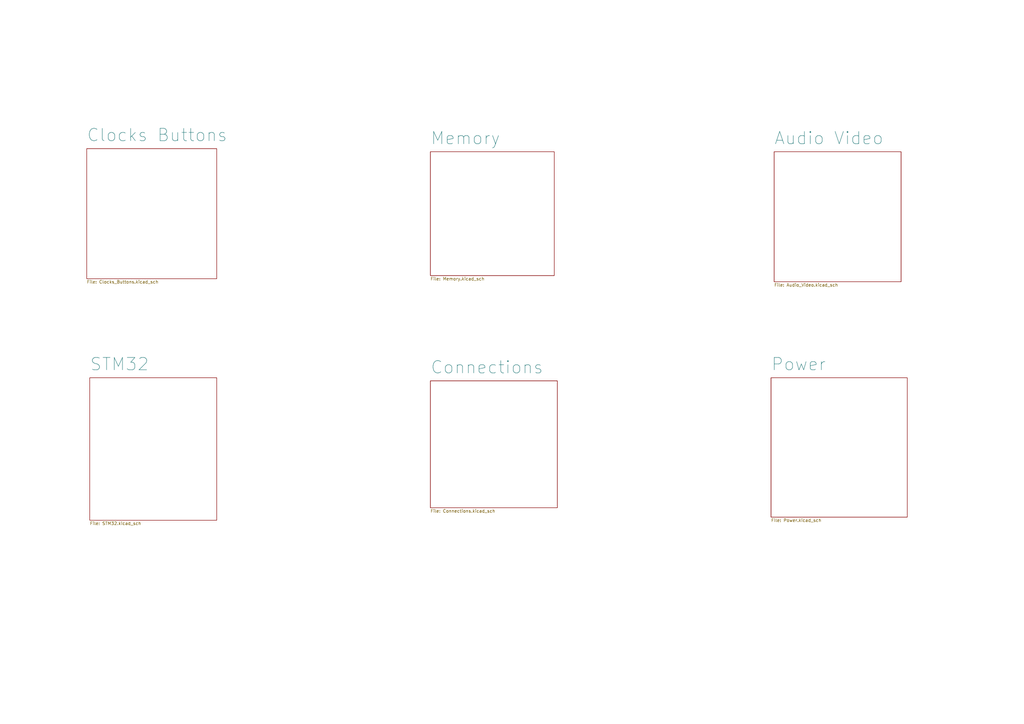
<source format=kicad_sch>
(kicad_sch (version 20211123) (generator eeschema)

  (uuid 776b99e7-0f46-42ea-a418-9133f51c4e95)

  (paper "A3")

  (title_block
    (title "OzzyBoard")
    (date "2023-03-07")
    (rev "0.9")
  )

  (lib_symbols
  )


  (sheet (at 316.23 154.94) (size 55.88 57.15) (fields_autoplaced)
    (stroke (width 0.1524) (type solid) (color 0 0 0 0))
    (fill (color 0 0 0 0.0000))
    (uuid 1c0629f8-c5cc-472c-a83e-6ea7f5fddac4)
    (property "Sheet name" "Power" (id 0) (at 316.23 152.3234 0)
      (effects (font (size 5.08 5.08)) (justify left bottom))
    )
    (property "Sheet file" "Power.kicad_sch" (id 1) (at 316.23 212.6746 0)
      (effects (font (size 1.27 1.27)) (justify left top))
    )
  )

  (sheet (at 176.53 62.23) (size 50.8 50.8) (fields_autoplaced)
    (stroke (width 0.1524) (type solid) (color 0 0 0 0))
    (fill (color 0 0 0 0.0000))
    (uuid 2cfd9000-0998-45b7-91bb-cb8493ed1373)
    (property "Sheet name" "Memory" (id 0) (at 176.53 59.6134 0)
      (effects (font (size 5.08 5.08)) (justify left bottom))
    )
    (property "Sheet file" "Memory.kicad_sch" (id 1) (at 176.53 113.6146 0)
      (effects (font (size 1.27 1.27)) (justify left top))
    )
  )

  (sheet (at 317.5 62.23) (size 52.07 53.34) (fields_autoplaced)
    (stroke (width 0.1524) (type solid) (color 0 0 0 0))
    (fill (color 0 0 0 0.0000))
    (uuid 58a57fe5-910c-41cb-bb8b-170ce3e0878b)
    (property "Sheet name" "Audio Video" (id 0) (at 317.5 59.6134 0)
      (effects (font (size 5.08 5.08)) (justify left bottom))
    )
    (property "Sheet file" "Audio_Video.kicad_sch" (id 1) (at 317.5 116.1546 0)
      (effects (font (size 1.27 1.27)) (justify left top))
    )
  )

  (sheet (at 176.53 156.21) (size 52.07 52.07) (fields_autoplaced)
    (stroke (width 0.1524) (type solid) (color 0 0 0 0))
    (fill (color 0 0 0 0.0000))
    (uuid 71da5b64-f121-48ae-a4be-725835e49cb4)
    (property "Sheet name" "Connections" (id 0) (at 176.53 153.5934 0)
      (effects (font (size 5.08 5.08)) (justify left bottom))
    )
    (property "Sheet file" "Connections.kicad_sch" (id 1) (at 176.53 208.8646 0)
      (effects (font (size 1.27 1.27)) (justify left top))
    )
  )

  (sheet (at 36.83 154.94) (size 52.07 58.42) (fields_autoplaced)
    (stroke (width 0.1524) (type solid) (color 0 0 0 0))
    (fill (color 0 0 0 0.0000))
    (uuid 7fe8d588-9805-4bd8-9058-2c232fa95ce2)
    (property "Sheet name" "STM32" (id 0) (at 36.83 152.3234 0)
      (effects (font (size 5.08 5.08)) (justify left bottom))
    )
    (property "Sheet file" "STM32.kicad_sch" (id 1) (at 36.83 213.9446 0)
      (effects (font (size 1.27 1.27)) (justify left top))
    )
  )

  (sheet (at 35.56 60.96) (size 53.34 53.34) (fields_autoplaced)
    (stroke (width 0.1524) (type solid) (color 0 0 0 0))
    (fill (color 0 0 0 0.0000))
    (uuid b8067218-dbac-41f1-843a-54c29ef5e090)
    (property "Sheet name" "Clocks Buttons" (id 0) (at 35.56 58.3434 0)
      (effects (font (size 5.08 5.08)) (justify left bottom))
    )
    (property "Sheet file" "Clocks_Buttons.kicad_sch" (id 1) (at 35.56 114.8846 0)
      (effects (font (size 1.27 1.27)) (justify left top))
    )
  )

  (sheet_instances
    (path "/" (page "1"))
    (path "/b8067218-dbac-41f1-843a-54c29ef5e090" (page "2"))
    (path "/71da5b64-f121-48ae-a4be-725835e49cb4" (page "3"))
    (path "/2cfd9000-0998-45b7-91bb-cb8493ed1373" (page "4"))
    (path "/58a57fe5-910c-41cb-bb8b-170ce3e0878b" (page "5"))
    (path "/7fe8d588-9805-4bd8-9058-2c232fa95ce2" (page "6"))
    (path "/1c0629f8-c5cc-472c-a83e-6ea7f5fddac4" (page "7"))
  )

  (symbol_instances
    (path "/71da5b64-f121-48ae-a4be-725835e49cb4/c40c339c-f3e1-4237-ad76-d74ad87645fd"
      (reference "#FLG01") (unit 1) (value "PWR_FLAG") (footprint "")
    )
    (path "/1c0629f8-c5cc-472c-a83e-6ea7f5fddac4/71b5a503-15df-470b-9ffc-12627563f527"
      (reference "#FLG04") (unit 1) (value "PWR_FLAG") (footprint "")
    )
    (path "/1c0629f8-c5cc-472c-a83e-6ea7f5fddac4/7d5b4bd3-d3ef-43d2-a0a7-6a347f309b3b"
      (reference "#FLG06") (unit 1) (value "PWR_FLAG") (footprint "")
    )
    (path "/1c0629f8-c5cc-472c-a83e-6ea7f5fddac4/6804e7ea-0087-4265-a4a3-8615bf588fc8"
      (reference "#FLG07") (unit 1) (value "PWR_FLAG") (footprint "")
    )
    (path "/7fe8d588-9805-4bd8-9058-2c232fa95ce2/aa1e3342-6def-4f2b-89ff-20bf49751e32"
      (reference "#FLG0101") (unit 1) (value "PWR_FLAG") (footprint "")
    )
    (path "/b8067218-dbac-41f1-843a-54c29ef5e090/2a38b65e-8dc2-4bbe-9e11-108334ce28a6"
      (reference "#PWR01") (unit 1) (value "+3V0") (footprint "")
    )
    (path "/b8067218-dbac-41f1-843a-54c29ef5e090/756b3b29-dd35-4be2-9fcb-09a0ffb6207b"
      (reference "#PWR02") (unit 1) (value "GND") (footprint "")
    )
    (path "/71da5b64-f121-48ae-a4be-725835e49cb4/e011653b-0928-4a1f-b5ba-1d0c4d08d886"
      (reference "#PWR03") (unit 1) (value "GND") (footprint "")
    )
    (path "/71da5b64-f121-48ae-a4be-725835e49cb4/3ccfe669-b070-4a32-a497-6f749f9d57f5"
      (reference "#PWR04") (unit 1) (value "+3.3V") (footprint "")
    )
    (path "/71da5b64-f121-48ae-a4be-725835e49cb4/758e3fa9-7ca1-4c60-b8ed-80d019c4b5ac"
      (reference "#PWR05") (unit 1) (value "GND") (footprint "")
    )
    (path "/71da5b64-f121-48ae-a4be-725835e49cb4/bd4b84c5-673d-4ef4-8a02-fd9fe0c34ed2"
      (reference "#PWR06") (unit 1) (value "GND") (footprint "")
    )
    (path "/71da5b64-f121-48ae-a4be-725835e49cb4/550fa75f-72e4-41ce-b869-85b586ad0c28"
      (reference "#PWR07") (unit 1) (value "GND") (footprint "")
    )
    (path "/71da5b64-f121-48ae-a4be-725835e49cb4/2cf2d6d1-3561-44a4-bbdc-c142e9d140db"
      (reference "#PWR08") (unit 1) (value "GND") (footprint "")
    )
    (path "/71da5b64-f121-48ae-a4be-725835e49cb4/3daf6d34-6508-4ff7-84c6-cf471cb83685"
      (reference "#PWR09") (unit 1) (value "VCC") (footprint "")
    )
    (path "/71da5b64-f121-48ae-a4be-725835e49cb4/5dc68ee6-86ab-4ddf-9343-62df42e67507"
      (reference "#PWR010") (unit 1) (value "GND") (footprint "")
    )
    (path "/71da5b64-f121-48ae-a4be-725835e49cb4/f665b75e-08da-440d-9515-4ebf726df6ff"
      (reference "#PWR011") (unit 1) (value "VCC") (footprint "")
    )
    (path "/71da5b64-f121-48ae-a4be-725835e49cb4/4ead4ebf-f248-4e32-92de-04a980f78f52"
      (reference "#PWR012") (unit 1) (value "GND") (footprint "")
    )
    (path "/2cfd9000-0998-45b7-91bb-cb8493ed1373/98fb9c5e-4d25-41be-b4b7-d0d2e432a7f8"
      (reference "#PWR013") (unit 1) (value "+3.3V") (footprint "")
    )
    (path "/2cfd9000-0998-45b7-91bb-cb8493ed1373/5acb5025-fcfe-4e62-9fa4-8defbbfcb4bf"
      (reference "#PWR014") (unit 1) (value "GND") (footprint "")
    )
    (path "/2cfd9000-0998-45b7-91bb-cb8493ed1373/58bdc92b-15f3-44ec-8f40-149c401f3cfe"
      (reference "#PWR015") (unit 1) (value "GND") (footprint "")
    )
    (path "/2cfd9000-0998-45b7-91bb-cb8493ed1373/76e5af9f-0010-4280-a856-9d735a464778"
      (reference "#PWR016") (unit 1) (value "GND") (footprint "")
    )
    (path "/58a57fe5-910c-41cb-bb8b-170ce3e0878b/8ef0fc12-2a51-4b64-8d8a-686ee04375d4"
      (reference "#PWR017") (unit 1) (value "GND") (footprint "")
    )
    (path "/58a57fe5-910c-41cb-bb8b-170ce3e0878b/4f78ee98-88d6-49ba-8bc6-cc2c66d97fa4"
      (reference "#PWR018") (unit 1) (value "GND") (footprint "")
    )
    (path "/7fe8d588-9805-4bd8-9058-2c232fa95ce2/2774482b-bf56-43de-9952-6a0d391aabd6"
      (reference "#PWR019") (unit 1) (value "GND") (footprint "")
    )
    (path "/7fe8d588-9805-4bd8-9058-2c232fa95ce2/25ca9ad8-72e4-4d56-a0eb-fb8d87036915"
      (reference "#PWR020") (unit 1) (value "+3.3V") (footprint "")
    )
    (path "/7fe8d588-9805-4bd8-9058-2c232fa95ce2/b55d86eb-a1c8-4bf0-8692-57c167b0c541"
      (reference "#PWR021") (unit 1) (value "GND") (footprint "")
    )
    (path "/1c0629f8-c5cc-472c-a83e-6ea7f5fddac4/29504ba9-2966-4bad-98d9-3d01523a299e"
      (reference "#PWR022") (unit 1) (value "+1V2") (footprint "")
    )
    (path "/1c0629f8-c5cc-472c-a83e-6ea7f5fddac4/3de6b81d-52a0-4fe9-b070-dd6865e6fd71"
      (reference "#PWR023") (unit 1) (value "GND") (footprint "")
    )
    (path "/1c0629f8-c5cc-472c-a83e-6ea7f5fddac4/35ec3b19-acdb-4fd8-ad31-ffa99ce14fd2"
      (reference "#PWR024") (unit 1) (value "+1V2") (footprint "")
    )
    (path "/1c0629f8-c5cc-472c-a83e-6ea7f5fddac4/da78a1ba-f7bb-48fe-98bc-60a3f78361c1"
      (reference "#PWR025") (unit 1) (value "GND") (footprint "")
    )
    (path "/1c0629f8-c5cc-472c-a83e-6ea7f5fddac4/c169f7c4-3f65-45dd-8b45-78f502324df2"
      (reference "#PWR026") (unit 1) (value "+3.3V") (footprint "")
    )
    (path "/1c0629f8-c5cc-472c-a83e-6ea7f5fddac4/6681df7f-9e91-46c9-ae00-1712706a7615"
      (reference "#PWR027") (unit 1) (value "GND") (footprint "")
    )
    (path "/1c0629f8-c5cc-472c-a83e-6ea7f5fddac4/d03cf186-94c5-4a06-b5c6-2d73d368302e"
      (reference "#PWR028") (unit 1) (value "+1V2") (footprint "")
    )
    (path "/1c0629f8-c5cc-472c-a83e-6ea7f5fddac4/1d72ff14-8785-452f-9a0a-7c723891a027"
      (reference "#PWR029") (unit 1) (value "GND") (footprint "")
    )
    (path "/1c0629f8-c5cc-472c-a83e-6ea7f5fddac4/ef97f7bf-7543-4499-a81c-640be47a4215"
      (reference "#PWR030") (unit 1) (value "+1V8") (footprint "")
    )
    (path "/1c0629f8-c5cc-472c-a83e-6ea7f5fddac4/b2722e61-4960-4cf0-b8b1-cf88aaa847f4"
      (reference "#PWR031") (unit 1) (value "GND") (footprint "")
    )
    (path "/1c0629f8-c5cc-472c-a83e-6ea7f5fddac4/e100dcec-2653-4af6-8f68-254f0a87785b"
      (reference "#PWR032") (unit 1) (value "+3.3V") (footprint "")
    )
    (path "/1c0629f8-c5cc-472c-a83e-6ea7f5fddac4/b727c626-74e9-4414-8a03-19e6380f2d21"
      (reference "#PWR033") (unit 1) (value "GND") (footprint "")
    )
    (path "/1c0629f8-c5cc-472c-a83e-6ea7f5fddac4/9e8cfbb4-9e5f-4c05-b6b0-0eeab81fdba8"
      (reference "#PWR034") (unit 1) (value "GND") (footprint "")
    )
    (path "/1c0629f8-c5cc-472c-a83e-6ea7f5fddac4/080089ea-925f-4baf-8fa7-9c3c34896700"
      (reference "#PWR035") (unit 1) (value "+3.3V") (footprint "")
    )
    (path "/1c0629f8-c5cc-472c-a83e-6ea7f5fddac4/fde5d0a8-3b11-4fa3-ba8a-89c219313513"
      (reference "#PWR036") (unit 1) (value "GND") (footprint "")
    )
    (path "/1c0629f8-c5cc-472c-a83e-6ea7f5fddac4/3d8239c9-c3ef-436d-b1ec-97a7fdc413da"
      (reference "#PWR037") (unit 1) (value "GND") (footprint "")
    )
    (path "/1c0629f8-c5cc-472c-a83e-6ea7f5fddac4/247ec5aa-8584-4e6b-b21e-cc15b827b487"
      (reference "#PWR038") (unit 1) (value "VDD") (footprint "")
    )
    (path "/1c0629f8-c5cc-472c-a83e-6ea7f5fddac4/20e91464-607c-4331-adcc-ecdfef75134c"
      (reference "#PWR039") (unit 1) (value "GND") (footprint "")
    )
    (path "/1c0629f8-c5cc-472c-a83e-6ea7f5fddac4/ce1a5044-cb41-4572-870d-2f5feeaf75f0"
      (reference "#PWR040") (unit 1) (value "+3V0") (footprint "")
    )
    (path "/1c0629f8-c5cc-472c-a83e-6ea7f5fddac4/c44eb172-ae8a-41a8-afaf-7dbeeb08f71c"
      (reference "#PWR041") (unit 1) (value "GND") (footprint "")
    )
    (path "/1c0629f8-c5cc-472c-a83e-6ea7f5fddac4/b505b9aa-7573-42d1-b050-635ef1ee355f"
      (reference "#PWR042") (unit 1) (value "+VDC") (footprint "")
    )
    (path "/1c0629f8-c5cc-472c-a83e-6ea7f5fddac4/9016eded-15ff-4dd3-b8b7-b33b28311876"
      (reference "#PWR043") (unit 1) (value "+3.3V") (footprint "")
    )
    (path "/1c0629f8-c5cc-472c-a83e-6ea7f5fddac4/afb42bca-4ac9-41ad-b07a-699131ebb8ec"
      (reference "#PWR044") (unit 1) (value "GND") (footprint "")
    )
    (path "/1c0629f8-c5cc-472c-a83e-6ea7f5fddac4/81e0fca2-1144-4880-bbb3-1ad1a2e9b444"
      (reference "#PWR045") (unit 1) (value "GND") (footprint "")
    )
    (path "/1c0629f8-c5cc-472c-a83e-6ea7f5fddac4/3cc2cd45-4531-4e31-80b3-0672fef6fbeb"
      (reference "#PWR046") (unit 1) (value "+3V0") (footprint "")
    )
    (path "/1c0629f8-c5cc-472c-a83e-6ea7f5fddac4/779b22b8-917b-4962-9d05-b057774e9047"
      (reference "#PWR047") (unit 1) (value "GND") (footprint "")
    )
    (path "/1c0629f8-c5cc-472c-a83e-6ea7f5fddac4/8954e023-d32e-4d7f-a741-2eef26e9e21d"
      (reference "#PWR048") (unit 1) (value "GND") (footprint "")
    )
    (path "/1c0629f8-c5cc-472c-a83e-6ea7f5fddac4/9bf70faf-fcfa-4584-9158-d203ca5b53e2"
      (reference "#PWR049") (unit 1) (value "+1V8") (footprint "")
    )
    (path "/1c0629f8-c5cc-472c-a83e-6ea7f5fddac4/df02d069-68cd-4a9c-bdd5-61249a8f9597"
      (reference "#PWR050") (unit 1) (value "GND") (footprint "")
    )
    (path "/1c0629f8-c5cc-472c-a83e-6ea7f5fddac4/dc771bf2-ca7c-4df4-9c91-9e4302ea719d"
      (reference "#PWR051") (unit 1) (value "+1V2") (footprint "")
    )
    (path "/1c0629f8-c5cc-472c-a83e-6ea7f5fddac4/a9f41769-5a4b-42fc-983e-a73c99a8a324"
      (reference "#PWR052") (unit 1) (value "VCC") (footprint "")
    )
    (path "/1c0629f8-c5cc-472c-a83e-6ea7f5fddac4/e3572596-7898-495f-9238-1c06b7297119"
      (reference "#PWR053") (unit 1) (value "GND") (footprint "")
    )
    (path "/1c0629f8-c5cc-472c-a83e-6ea7f5fddac4/7efdd953-2a35-4633-a8e1-b94c0bf133f8"
      (reference "#PWR054") (unit 1) (value "+1V2") (footprint "")
    )
    (path "/1c0629f8-c5cc-472c-a83e-6ea7f5fddac4/5ce5c4f3-1e79-4a68-a5df-578cfc325471"
      (reference "#PWR055") (unit 1) (value "+3V0") (footprint "")
    )
    (path "/1c0629f8-c5cc-472c-a83e-6ea7f5fddac4/e481a5cf-5ab7-42df-b67d-2c145cc4107e"
      (reference "#PWR056") (unit 1) (value "GND") (footprint "")
    )
    (path "/1c0629f8-c5cc-472c-a83e-6ea7f5fddac4/07b84902-779e-4d7e-a03c-a59338d7302f"
      (reference "#PWR057") (unit 1) (value "+3.3V") (footprint "")
    )
    (path "/1c0629f8-c5cc-472c-a83e-6ea7f5fddac4/e7826376-2e55-4ee6-aa8b-7fbbed197af4"
      (reference "#PWR058") (unit 1) (value "+1V8") (footprint "")
    )
    (path "/1c0629f8-c5cc-472c-a83e-6ea7f5fddac4/14ce94c5-1d65-4498-886f-bc2d82d48468"
      (reference "#PWR059") (unit 1) (value "+3V0") (footprint "")
    )
    (path "/1c0629f8-c5cc-472c-a83e-6ea7f5fddac4/bb7fbfca-95b6-4d78-b8cb-eff3230cff4d"
      (reference "#PWR060") (unit 1) (value "GND") (footprint "")
    )
    (path "/1c0629f8-c5cc-472c-a83e-6ea7f5fddac4/f98462b3-8d8c-4482-8ccb-b3c8e2ee110f"
      (reference "#PWR061") (unit 1) (value "GND") (footprint "")
    )
    (path "/1c0629f8-c5cc-472c-a83e-6ea7f5fddac4/06c1a56b-f31d-4d61-ac7f-b89a09cb21d2"
      (reference "#PWR062") (unit 1) (value "VDD") (footprint "")
    )
    (path "/1c0629f8-c5cc-472c-a83e-6ea7f5fddac4/dcda1676-b86c-45ee-ab0b-bd95169c381d"
      (reference "#PWR063") (unit 1) (value "+3.3V") (footprint "")
    )
    (path "/1c0629f8-c5cc-472c-a83e-6ea7f5fddac4/b0a28657-2caa-4273-9813-7f5864b032a5"
      (reference "#PWR064") (unit 1) (value "GND") (footprint "")
    )
    (path "/1c0629f8-c5cc-472c-a83e-6ea7f5fddac4/a260915b-1116-44cb-8376-296d70c6cf75"
      (reference "#PWR065") (unit 1) (value "+3.3V") (footprint "")
    )
    (path "/1c0629f8-c5cc-472c-a83e-6ea7f5fddac4/2364285f-e65c-4215-b2b8-59bc3652e296"
      (reference "#PWR066") (unit 1) (value "+1V2") (footprint "")
    )
    (path "/1c0629f8-c5cc-472c-a83e-6ea7f5fddac4/f43838d0-c68a-48fb-9fff-17e020260975"
      (reference "#PWR067") (unit 1) (value "+3.3V") (footprint "")
    )
    (path "/1c0629f8-c5cc-472c-a83e-6ea7f5fddac4/cf4d7dda-7da7-4a63-ac5e-2d57a77d62e8"
      (reference "#PWR068") (unit 1) (value "+3V0") (footprint "")
    )
    (path "/1c0629f8-c5cc-472c-a83e-6ea7f5fddac4/45e34db4-5a6d-4325-9ec1-9e38b15a50b2"
      (reference "#PWR069") (unit 1) (value "GND") (footprint "")
    )
    (path "/1c0629f8-c5cc-472c-a83e-6ea7f5fddac4/b4444652-7ea4-40fe-a239-343c4c54ed93"
      (reference "#PWR070") (unit 1) (value "GND") (footprint "")
    )
    (path "/1c0629f8-c5cc-472c-a83e-6ea7f5fddac4/fba9bc90-71cf-47ec-9247-c9c8777b63a0"
      (reference "#PWR071") (unit 1) (value "+1V8") (footprint "")
    )
    (path "/1c0629f8-c5cc-472c-a83e-6ea7f5fddac4/81aab351-9826-46dc-a0c1-5ba2ac6abaee"
      (reference "#PWR072") (unit 1) (value "GND") (footprint "")
    )
    (path "/1c0629f8-c5cc-472c-a83e-6ea7f5fddac4/71ffd6b0-6984-475d-b3cf-287100cbfc04"
      (reference "#PWR073") (unit 1) (value "GND") (footprint "")
    )
    (path "/1c0629f8-c5cc-472c-a83e-6ea7f5fddac4/006f7569-1c79-4b73-a6cb-b76703463e3a"
      (reference "#PWR074") (unit 1) (value "GND") (footprint "")
    )
    (path "/1c0629f8-c5cc-472c-a83e-6ea7f5fddac4/c990f2db-4d3a-4d3f-96a2-809fe4f1ca91"
      (reference "#PWR075") (unit 1) (value "GND") (footprint "")
    )
    (path "/1c0629f8-c5cc-472c-a83e-6ea7f5fddac4/626e2f86-2d0b-4b07-b021-f3dc97e4c5a9"
      (reference "#PWR076") (unit 1) (value "GND") (footprint "")
    )
    (path "/1c0629f8-c5cc-472c-a83e-6ea7f5fddac4/1a298f78-a07d-413a-a249-398a7718c1e3"
      (reference "#PWR077") (unit 1) (value "GND") (footprint "")
    )
    (path "/1c0629f8-c5cc-472c-a83e-6ea7f5fddac4/55539189-e6d6-41f8-b58b-b9442dd079e5"
      (reference "#PWR078") (unit 1) (value "GND") (footprint "")
    )
    (path "/1c0629f8-c5cc-472c-a83e-6ea7f5fddac4/d2962b05-3cce-47d5-a169-d86965e9e723"
      (reference "#PWR079") (unit 1) (value "+3.3V") (footprint "")
    )
    (path "/1c0629f8-c5cc-472c-a83e-6ea7f5fddac4/eda42e2e-3b6d-48fa-b79f-14e2aecac0cb"
      (reference "#PWR080") (unit 1) (value "+1V2") (footprint "")
    )
    (path "/1c0629f8-c5cc-472c-a83e-6ea7f5fddac4/c78ae9a4-1de4-4017-beb4-da275c96572d"
      (reference "#PWR081") (unit 1) (value "VCC") (footprint "")
    )
    (path "/1c0629f8-c5cc-472c-a83e-6ea7f5fddac4/ae248f1a-46df-416a-a2ac-1a5d8f179206"
      (reference "#PWR082") (unit 1) (value "+VDC") (footprint "")
    )
    (path "/1c0629f8-c5cc-472c-a83e-6ea7f5fddac4/e20c7264-7b5e-4ce1-932f-6ac9f478e72b"
      (reference "#PWR083") (unit 1) (value "VDD") (footprint "")
    )
    (path "/1c0629f8-c5cc-472c-a83e-6ea7f5fddac4/b7279606-b59d-4343-b643-9779a6bf2bbe"
      (reference "#PWR084") (unit 1) (value "+3V0") (footprint "")
    )
    (path "/1c0629f8-c5cc-472c-a83e-6ea7f5fddac4/5a5839ca-a9de-4ebd-a36d-15596efc5766"
      (reference "#PWR085") (unit 1) (value "GND") (footprint "")
    )
    (path "/1c0629f8-c5cc-472c-a83e-6ea7f5fddac4/48855916-a798-4f7c-90cc-6589f503e0d4"
      (reference "#PWR086") (unit 1) (value "GND") (footprint "")
    )
    (path "/1c0629f8-c5cc-472c-a83e-6ea7f5fddac4/e589df7c-0cc3-4d0f-9e2b-6802091a5ef9"
      (reference "#PWR087") (unit 1) (value "GND") (footprint "")
    )
    (path "/1c0629f8-c5cc-472c-a83e-6ea7f5fddac4/119ed44c-a849-424f-9753-9876c53b1b78"
      (reference "#PWR088") (unit 1) (value "VCC") (footprint "")
    )
    (path "/1c0629f8-c5cc-472c-a83e-6ea7f5fddac4/0d743832-0fe8-41c9-b94e-af68eb96cc62"
      (reference "#PWR089") (unit 1) (value "GND") (footprint "")
    )
    (path "/1c0629f8-c5cc-472c-a83e-6ea7f5fddac4/a9cf7671-7fe9-458f-afab-374268911a17"
      (reference "#PWR090") (unit 1) (value "+BATT") (footprint "")
    )
    (path "/1c0629f8-c5cc-472c-a83e-6ea7f5fddac4/0488afd0-b35d-4f90-baca-761d56a82257"
      (reference "#PWR091") (unit 1) (value "GND") (footprint "")
    )
    (path "/1c0629f8-c5cc-472c-a83e-6ea7f5fddac4/47dad7e1-b08d-4153-a7c1-4775b1ad7e9d"
      (reference "#PWR092") (unit 1) (value "GND") (footprint "")
    )
    (path "/1c0629f8-c5cc-472c-a83e-6ea7f5fddac4/04d916bd-064c-4957-b7b0-8d2209b99b37"
      (reference "#PWR093") (unit 1) (value "GND") (footprint "")
    )
    (path "/1c0629f8-c5cc-472c-a83e-6ea7f5fddac4/8ade18d1-8e7a-4737-97fc-a42487caad75"
      (reference "#PWR094") (unit 1) (value "GND") (footprint "")
    )
    (path "/1c0629f8-c5cc-472c-a83e-6ea7f5fddac4/0ab00800-5ac7-456e-b70c-dac443a5ccfc"
      (reference "#PWR095") (unit 1) (value "GND") (footprint "")
    )
    (path "/1c0629f8-c5cc-472c-a83e-6ea7f5fddac4/9ead8dc0-7ba0-41fa-b8ea-2cdafa20f162"
      (reference "#PWR096") (unit 1) (value "GND") (footprint "")
    )
    (path "/1c0629f8-c5cc-472c-a83e-6ea7f5fddac4/8bd9c9e5-beed-4674-be8d-5d78463293f1"
      (reference "#PWR097") (unit 1) (value "VDD") (footprint "")
    )
    (path "/1c0629f8-c5cc-472c-a83e-6ea7f5fddac4/e4f29d55-0187-49b9-bd44-9bfba5eefda2"
      (reference "#PWR098") (unit 1) (value "GND") (footprint "")
    )
    (path "/1c0629f8-c5cc-472c-a83e-6ea7f5fddac4/29b56b59-7cea-4c5d-9c2d-fc9a8d51e378"
      (reference "#PWR099") (unit 1) (value "VCC") (footprint "")
    )
    (path "/1c0629f8-c5cc-472c-a83e-6ea7f5fddac4/5f492421-42ba-4916-849a-bade7bd72609"
      (reference "#PWR0100") (unit 1) (value "GND") (footprint "")
    )
    (path "/b8067218-dbac-41f1-843a-54c29ef5e090/937dd940-f3ed-42ec-b0ca-5ea3c2b48ed0"
      (reference "#PWR0101") (unit 1) (value "GND") (footprint "")
    )
    (path "/b8067218-dbac-41f1-843a-54c29ef5e090/15079607-54b2-478c-9f52-158474d975d0"
      (reference "#PWR0102") (unit 1) (value "GND") (footprint "")
    )
    (path "/b8067218-dbac-41f1-843a-54c29ef5e090/e5567fed-48fb-40e7-bbe2-eac27797fb6d"
      (reference "#PWR0103") (unit 1) (value "GND") (footprint "")
    )
    (path "/b8067218-dbac-41f1-843a-54c29ef5e090/2b745212-0ab2-46b4-8fd4-4c369146cdf7"
      (reference "#PWR0104") (unit 1) (value "GND") (footprint "")
    )
    (path "/1c0629f8-c5cc-472c-a83e-6ea7f5fddac4/5794863b-93aa-4b71-a486-7aff438207b0"
      (reference "#PWR0105") (unit 1) (value "GND") (footprint "")
    )
    (path "/1c0629f8-c5cc-472c-a83e-6ea7f5fddac4/dc8daf84-a772-4123-8974-70d6a1865f3f"
      (reference "#PWR0106") (unit 1) (value "VCC") (footprint "")
    )
    (path "/7fe8d588-9805-4bd8-9058-2c232fa95ce2/24206d35-89cf-40c3-876c-8d48454f7757"
      (reference "#PWR0107") (unit 1) (value "GND") (footprint "")
    )
    (path "/7fe8d588-9805-4bd8-9058-2c232fa95ce2/64d27365-1452-40d8-a055-beaa9a4ea63f"
      (reference "#PWR0108") (unit 1) (value "GND") (footprint "")
    )
    (path "/7fe8d588-9805-4bd8-9058-2c232fa95ce2/24c8350b-fa85-4d56-a3c9-bfd62ab013f3"
      (reference "#PWR0109") (unit 1) (value "GND") (footprint "")
    )
    (path "/7fe8d588-9805-4bd8-9058-2c232fa95ce2/425bad5d-9451-4257-abe7-a07a72229036"
      (reference "#PWR0110") (unit 1) (value "GND") (footprint "")
    )
    (path "/7fe8d588-9805-4bd8-9058-2c232fa95ce2/6dfda113-3cca-46c0-a9c0-ddc0b22fa2d6"
      (reference "#PWR0111") (unit 1) (value "+3.3V") (footprint "")
    )
    (path "/7fe8d588-9805-4bd8-9058-2c232fa95ce2/b1e95de3-f3f4-411b-af1a-7bcc4dc95178"
      (reference "#PWR0112") (unit 1) (value "GND") (footprint "")
    )
    (path "/7fe8d588-9805-4bd8-9058-2c232fa95ce2/3b318c91-f981-431b-9f55-eb4024d75cb0"
      (reference "#PWR0113") (unit 1) (value "+3.3V") (footprint "")
    )
    (path "/7fe8d588-9805-4bd8-9058-2c232fa95ce2/87309f0b-bf84-4ba3-a4e0-74a97f36cf4b"
      (reference "#PWR0114") (unit 1) (value "+3.3V") (footprint "")
    )
    (path "/7fe8d588-9805-4bd8-9058-2c232fa95ce2/7e2ef981-d95c-40aa-801b-b493867b2a78"
      (reference "#PWR0115") (unit 1) (value "+3.3V") (footprint "")
    )
    (path "/7fe8d588-9805-4bd8-9058-2c232fa95ce2/024c32a0-c261-486c-ab09-646b9b2621bc"
      (reference "#PWR0116") (unit 1) (value "GND") (footprint "")
    )
    (path "/7fe8d588-9805-4bd8-9058-2c232fa95ce2/e05d5b9f-3556-4a5f-bacf-e4d55a12f5ed"
      (reference "#PWR0117") (unit 1) (value "+3.3V") (footprint "")
    )
    (path "/7fe8d588-9805-4bd8-9058-2c232fa95ce2/7b8db58e-99ed-442d-b4aa-d390928b0bd2"
      (reference "#PWR0118") (unit 1) (value "GND") (footprint "")
    )
    (path "/7fe8d588-9805-4bd8-9058-2c232fa95ce2/5aea777a-c152-4454-9edf-4de7cfe53eb2"
      (reference "#PWR0119") (unit 1) (value "+3.3V") (footprint "")
    )
    (path "/7fe8d588-9805-4bd8-9058-2c232fa95ce2/ca3ca255-cf41-48c9-8ead-cc369377e264"
      (reference "#PWR0120") (unit 1) (value "GND") (footprint "")
    )
    (path "/71da5b64-f121-48ae-a4be-725835e49cb4/e29918c4-a3ee-48c5-b995-c6681604c24a"
      (reference "#PWR0121") (unit 1) (value "+3.3V") (footprint "")
    )
    (path "/71da5b64-f121-48ae-a4be-725835e49cb4/f6176cd1-f30c-4fa6-8787-8e1f66b9114d"
      (reference "#PWR0122") (unit 1) (value "GND") (footprint "")
    )
    (path "/71da5b64-f121-48ae-a4be-725835e49cb4/9eca7c54-1b9c-4e18-820f-e6e37308fd9d"
      (reference "#PWR0123") (unit 1) (value "GND") (footprint "")
    )
    (path "/71da5b64-f121-48ae-a4be-725835e49cb4/3e4a7f45-700e-4136-ae44-7f1f3cc48c9c"
      (reference "#PWR0124") (unit 1) (value "GND") (footprint "")
    )
    (path "/71da5b64-f121-48ae-a4be-725835e49cb4/b16fac5c-47cd-4074-b1de-3c2d613806a6"
      (reference "#PWR0125") (unit 1) (value "GND") (footprint "")
    )
    (path "/71da5b64-f121-48ae-a4be-725835e49cb4/c48dae4f-4cba-4c7a-9461-6997dbd600bb"
      (reference "#PWR0126") (unit 1) (value "GND") (footprint "")
    )
    (path "/71da5b64-f121-48ae-a4be-725835e49cb4/45f19971-5ad2-4c3b-b7c4-674ee602c915"
      (reference "#PWR0127") (unit 1) (value "GND") (footprint "")
    )
    (path "/2cfd9000-0998-45b7-91bb-cb8493ed1373/f217248a-5ab9-4313-8711-625919f877b6"
      (reference "#PWR0128") (unit 1) (value "+3.3V") (footprint "")
    )
    (path "/2cfd9000-0998-45b7-91bb-cb8493ed1373/bf42f540-ce67-474e-bd9c-ccfdab1c9aab"
      (reference "#PWR0129") (unit 1) (value "GND") (footprint "")
    )
    (path "/2cfd9000-0998-45b7-91bb-cb8493ed1373/05045280-457d-4e56-a9e7-c7621e5e8b04"
      (reference "#PWR0130") (unit 1) (value "GND") (footprint "")
    )
    (path "/7fe8d588-9805-4bd8-9058-2c232fa95ce2/f4cca32a-ee5d-4a2a-9b71-0ccaf49d709b"
      (reference "#PWR0131") (unit 1) (value "+3.3V") (footprint "")
    )
    (path "/7fe8d588-9805-4bd8-9058-2c232fa95ce2/76a37576-a7bd-4cfe-abbf-966e1238063b"
      (reference "#PWR0132") (unit 1) (value "+3.3V") (footprint "")
    )
    (path "/7fe8d588-9805-4bd8-9058-2c232fa95ce2/712d10a4-5d99-4437-bf32-bc070a09c7d3"
      (reference "#PWR0133") (unit 1) (value "+3.3VA") (footprint "")
    )
    (path "/7fe8d588-9805-4bd8-9058-2c232fa95ce2/066a8990-134d-49e0-a237-f9d072ed86f2"
      (reference "#PWR0134") (unit 1) (value "+3.3VA") (footprint "")
    )
    (path "/2cfd9000-0998-45b7-91bb-cb8493ed1373/20fd6759-cb04-4503-b9d6-74660365c705"
      (reference "#PWR0137") (unit 1) (value "+3.3V") (footprint "")
    )
    (path "/2cfd9000-0998-45b7-91bb-cb8493ed1373/0d4a9909-7b10-4166-95b0-160c236579e2"
      (reference "#PWR0138") (unit 1) (value "+3.3V") (footprint "")
    )
    (path "/2cfd9000-0998-45b7-91bb-cb8493ed1373/57fe69f4-79ec-43e2-918a-61c7e6bd0d1b"
      (reference "#PWR0139") (unit 1) (value "GND") (footprint "")
    )
    (path "/2cfd9000-0998-45b7-91bb-cb8493ed1373/90e7457d-b251-42f2-b90f-554ad0d1ffd6"
      (reference "#PWR0140") (unit 1) (value "GND") (footprint "")
    )
    (path "/2cfd9000-0998-45b7-91bb-cb8493ed1373/6e4d684d-0e0d-4da6-aaec-a4bddb4b779a"
      (reference "#PWR0141") (unit 1) (value "GND") (footprint "")
    )
    (path "/58a57fe5-910c-41cb-bb8b-170ce3e0878b/85c38efe-17a2-4df9-9ebf-aa4b7738650b"
      (reference "#PWR0216") (unit 1) (value "+3.3V") (footprint "")
    )
    (path "/58a57fe5-910c-41cb-bb8b-170ce3e0878b/583466cb-7e36-4b3f-be6a-778914a33a13"
      (reference "#PWR0217") (unit 1) (value "GND") (footprint "")
    )
    (path "/58a57fe5-910c-41cb-bb8b-170ce3e0878b/45f66cde-f79a-49e4-a6f0-4e86ff5ebc91"
      (reference "#PWR0218") (unit 1) (value "GND") (footprint "")
    )
    (path "/58a57fe5-910c-41cb-bb8b-170ce3e0878b/95877e33-6816-469a-915a-48be7c6a90b5"
      (reference "#PWR0219") (unit 1) (value "VCC") (footprint "")
    )
    (path "/58a57fe5-910c-41cb-bb8b-170ce3e0878b/2e9fb28f-d849-4f56-a0a6-af7c69ff58b2"
      (reference "#PWR0220") (unit 1) (value "GND") (footprint "")
    )
    (path "/58a57fe5-910c-41cb-bb8b-170ce3e0878b/1edb84b2-9e2b-49e2-9837-0db535ea980a"
      (reference "#PWR0221") (unit 1) (value "GND") (footprint "")
    )
    (path "/58a57fe5-910c-41cb-bb8b-170ce3e0878b/43305e6a-3118-450c-a382-29e5b57facfb"
      (reference "#PWR0222") (unit 1) (value "+3.3V") (footprint "")
    )
    (path "/58a57fe5-910c-41cb-bb8b-170ce3e0878b/c501395b-d2fd-4281-8673-734e1ca9a283"
      (reference "#PWR0223") (unit 1) (value "GND") (footprint "")
    )
    (path "/58a57fe5-910c-41cb-bb8b-170ce3e0878b/5876c5de-4b5c-444c-815c-0c6a47caeab0"
      (reference "#PWR0224") (unit 1) (value "GND") (footprint "")
    )
    (path "/71da5b64-f121-48ae-a4be-725835e49cb4/a6470c0a-1d97-45b5-8c2f-39fad4971a4c"
      (reference "C1") (unit 1) (value "100n") (footprint "Capacitor_SMD:C_0402_1005Metric")
    )
    (path "/71da5b64-f121-48ae-a4be-725835e49cb4/daa0de3c-573c-4d44-8568-2b9bce6578dc"
      (reference "C2") (unit 1) (value "0.1uF") (footprint "Capacitor_SMD:C_0402_1005Metric")
    )
    (path "/b8067218-dbac-41f1-843a-54c29ef5e090/a5fd8d26-18ac-4eeb-97df-3c5dfba51e33"
      (reference "C3") (unit 1) (value "18pf") (footprint "Capacitor_SMD:C_0402_1005Metric")
    )
    (path "/b8067218-dbac-41f1-843a-54c29ef5e090/63659607-e9dc-4496-bf13-da03746fbc3e"
      (reference "C4") (unit 1) (value "18pf") (footprint "Capacitor_SMD:C_0402_1005Metric")
    )
    (path "/2cfd9000-0998-45b7-91bb-cb8493ed1373/54fea5b3-42e2-4eed-bb8a-ef5def653218"
      (reference "C5") (unit 1) (value "100n") (footprint "Capacitor_SMD:C_0402_1005Metric")
    )
    (path "/58a57fe5-910c-41cb-bb8b-170ce3e0878b/6331d184-0b52-41a6-8e00-435e24520d6f"
      (reference "C6") (unit 1) (value "100n") (footprint "Capacitor_SMD:C_0402_1005Metric")
    )
    (path "/b8067218-dbac-41f1-843a-54c29ef5e090/dca5f7f9-9dda-4634-8e14-6baf2a37f21c"
      (reference "C7") (unit 1) (value "18pf") (footprint "Capacitor_SMD:C_0402_1005Metric")
    )
    (path "/b8067218-dbac-41f1-843a-54c29ef5e090/fc8a0a97-6d2d-44b5-bb47-b17ee2bada61"
      (reference "C8") (unit 1) (value "18pf") (footprint "Capacitor_SMD:C_0402_1005Metric")
    )
    (path "/71da5b64-f121-48ae-a4be-725835e49cb4/03e733a2-68a0-4e92-8f63-97ede395daaa"
      (reference "C9") (unit 1) (value "100n") (footprint "Capacitor_SMD:C_0402_1005Metric")
    )
    (path "/71da5b64-f121-48ae-a4be-725835e49cb4/32bf70d6-ff15-41c9-9f4f-bc7bdb0ea6df"
      (reference "C10") (unit 1) (value "100n") (footprint "Capacitor_SMD:C_0402_1005Metric")
    )
    (path "/1c0629f8-c5cc-472c-a83e-6ea7f5fddac4/807e1a8d-6283-49ff-846a-861a65a7c8a5"
      (reference "C11") (unit 1) (value "10u") (footprint "Capacitor_SMD:C_0402_1005Metric")
    )
    (path "/2cfd9000-0998-45b7-91bb-cb8493ed1373/40af114c-6deb-405e-9f16-179710b2e206"
      (reference "C12") (unit 1) (value "100n") (footprint "Capacitor_SMD:C_0603_1608Metric")
    )
    (path "/2cfd9000-0998-45b7-91bb-cb8493ed1373/4a00f35f-3a27-432a-b7b4-a54925d36efd"
      (reference "C13") (unit 1) (value "C") (footprint "Capacitor_SMD:C_0402_1005Metric")
    )
    (path "/2cfd9000-0998-45b7-91bb-cb8493ed1373/38936d79-ff45-4933-a7e0-a05839fa8f1c"
      (reference "C14") (unit 1) (value "0.1uF") (footprint "Capacitor_SMD:C_0402_1005Metric")
    )
    (path "/2cfd9000-0998-45b7-91bb-cb8493ed1373/102cde84-e2c0-4232-b7d5-513d89d87f91"
      (reference "C15") (unit 1) (value "0.1uF") (footprint "Capacitor_SMD:C_0402_1005Metric")
    )
    (path "/2cfd9000-0998-45b7-91bb-cb8493ed1373/a641dda4-ee5d-4aa3-bb91-57c143644619"
      (reference "C16") (unit 1) (value "3.3uF") (footprint "Capacitor_SMD:C_0402_1005Metric")
    )
    (path "/2cfd9000-0998-45b7-91bb-cb8493ed1373/2c61aaa1-ef4f-4cb3-8a8e-bbe5b1fbd494"
      (reference "C17") (unit 1) (value "3.3uF") (footprint "Capacitor_SMD:C_0402_1005Metric")
    )
    (path "/1c0629f8-c5cc-472c-a83e-6ea7f5fddac4/6ae7c146-cfdb-40d5-a594-bd0205863ac3"
      (reference "C18") (unit 1) (value "10u") (footprint "Capacitor_SMD:C_0402_1005Metric")
    )
    (path "/1c0629f8-c5cc-472c-a83e-6ea7f5fddac4/f403fad8-dd73-4f30-95ca-7e2fbdece1bd"
      (reference "C19") (unit 1) (value "10u") (footprint "Capacitor_SMD:C_0402_1005Metric")
    )
    (path "/1c0629f8-c5cc-472c-a83e-6ea7f5fddac4/2f00357a-133b-4131-bac2-8de78ba6be3b"
      (reference "C20") (unit 1) (value "1u") (footprint "Capacitor_SMD:C_0402_1005Metric")
    )
    (path "/1c0629f8-c5cc-472c-a83e-6ea7f5fddac4/4fea8633-c7ac-4306-912d-2efde565b70e"
      (reference "C21") (unit 1) (value "10u") (footprint "Capacitor_SMD:C_0402_1005Metric")
    )
    (path "/1c0629f8-c5cc-472c-a83e-6ea7f5fddac4/b9adbe0b-e2e3-4f10-8fc0-f1066582a525"
      (reference "C22") (unit 1) (value "100n") (footprint "Capacitor_SMD:C_0402_1005Metric")
    )
    (path "/1c0629f8-c5cc-472c-a83e-6ea7f5fddac4/a2ef1cd8-f97e-4db7-9d2b-4dd7ad894a7f"
      (reference "C23") (unit 1) (value "1u") (footprint "Capacitor_SMD:C_0402_1005Metric")
    )
    (path "/1c0629f8-c5cc-472c-a83e-6ea7f5fddac4/fa502ebf-c271-4b92-80c8-ae91fc515fc1"
      (reference "C24") (unit 1) (value "1u") (footprint "Capacitor_SMD:C_0402_1005Metric")
    )
    (path "/1c0629f8-c5cc-472c-a83e-6ea7f5fddac4/f4991312-094e-4d63-bcd7-b0d689e77253"
      (reference "C25") (unit 1) (value "1u") (footprint "Capacitor_SMD:C_0402_1005Metric")
    )
    (path "/1c0629f8-c5cc-472c-a83e-6ea7f5fddac4/d708df3b-12bb-40d7-be39-1329d059adf5"
      (reference "C26") (unit 1) (value "1u") (footprint "Capacitor_SMD:C_0402_1005Metric")
    )
    (path "/1c0629f8-c5cc-472c-a83e-6ea7f5fddac4/472f99fa-1702-4ac5-b6a3-bf2f941cfc71"
      (reference "C27") (unit 1) (value "100n") (footprint "Capacitor_SMD:C_0402_1005Metric")
    )
    (path "/1c0629f8-c5cc-472c-a83e-6ea7f5fddac4/847d6960-b0bd-43bd-9fc6-c33009cf67d5"
      (reference "C28") (unit 1) (value "1u") (footprint "Capacitor_SMD:C_0402_1005Metric")
    )
    (path "/1c0629f8-c5cc-472c-a83e-6ea7f5fddac4/a6ee3582-b9cf-4bdd-ad98-147747b09902"
      (reference "C29") (unit 1) (value "100n") (footprint "Capacitor_SMD:C_0402_1005Metric")
    )
    (path "/1c0629f8-c5cc-472c-a83e-6ea7f5fddac4/8a11dc85-6ba3-4b6c-8254-695d30873d83"
      (reference "C30") (unit 1) (value "1u") (footprint "Capacitor_SMD:C_0402_1005Metric")
    )
    (path "/1c0629f8-c5cc-472c-a83e-6ea7f5fddac4/5b6ec555-6237-487e-8ca9-bbf4213d4715"
      (reference "C31") (unit 1) (value "100n") (footprint "Capacitor_SMD:C_0402_1005Metric")
    )
    (path "/1c0629f8-c5cc-472c-a83e-6ea7f5fddac4/cf12d16b-3562-42bc-8c98-86c21deb5f7f"
      (reference "C32") (unit 1) (value "100n") (footprint "Capacitor_SMD:C_0402_1005Metric")
    )
    (path "/1c0629f8-c5cc-472c-a83e-6ea7f5fddac4/a9166de9-4011-436f-a8c2-e9f77606c839"
      (reference "C33") (unit 1) (value "10n") (footprint "Capacitor_SMD:C_0402_1005Metric")
    )
    (path "/1c0629f8-c5cc-472c-a83e-6ea7f5fddac4/fcd8f4ea-103e-4fc5-8617-5d4db479b94d"
      (reference "C34") (unit 1) (value "100n") (footprint "Capacitor_SMD:C_0402_1005Metric")
    )
    (path "/1c0629f8-c5cc-472c-a83e-6ea7f5fddac4/b57f927d-4906-450e-a1e4-1f99343aade5"
      (reference "C35") (unit 1) (value "100n") (footprint "Capacitor_SMD:C_0402_1005Metric")
    )
    (path "/1c0629f8-c5cc-472c-a83e-6ea7f5fddac4/5baa06d8-1f98-4706-86b2-5c99265b2602"
      (reference "C36") (unit 1) (value "100n") (footprint "Capacitor_SMD:C_0402_1005Metric")
    )
    (path "/1c0629f8-c5cc-472c-a83e-6ea7f5fddac4/6c639451-c97c-4837-8a5a-657e75796e00"
      (reference "C37") (unit 1) (value "100n") (footprint "Capacitor_SMD:C_0402_1005Metric")
    )
    (path "/1c0629f8-c5cc-472c-a83e-6ea7f5fddac4/15a2e30f-6d8e-4210-b123-8dae5c738436"
      (reference "C38") (unit 1) (value "100n") (footprint "Capacitor_SMD:C_0402_1005Metric")
    )
    (path "/1c0629f8-c5cc-472c-a83e-6ea7f5fddac4/b26259c6-c289-43fd-b965-e50e87d79952"
      (reference "C39") (unit 1) (value "1u") (footprint "Capacitor_SMD:C_0402_1005Metric")
    )
    (path "/1c0629f8-c5cc-472c-a83e-6ea7f5fddac4/a40a48b2-4e8d-474c-bb55-e235e2128acf"
      (reference "C40") (unit 1) (value "10u") (footprint "Capacitor_SMD:C_0402_1005Metric")
    )
    (path "/1c0629f8-c5cc-472c-a83e-6ea7f5fddac4/61b25daf-6e67-4b07-9875-30cbb39656c9"
      (reference "C41") (unit 1) (value "100n") (footprint "Capacitor_SMD:C_0402_1005Metric")
    )
    (path "/1c0629f8-c5cc-472c-a83e-6ea7f5fddac4/1da56f84-ce0d-459f-a2d1-c4b6ad0be731"
      (reference "C42") (unit 1) (value "100n") (footprint "Capacitor_SMD:C_0402_1005Metric")
    )
    (path "/1c0629f8-c5cc-472c-a83e-6ea7f5fddac4/4c546aba-3dd8-4c1d-a9e7-09827bb4ac2b"
      (reference "C43") (unit 1) (value "100n") (footprint "Capacitor_SMD:C_0402_1005Metric")
    )
    (path "/1c0629f8-c5cc-472c-a83e-6ea7f5fddac4/778bad5d-00bc-484d-b066-9698e8af29e5"
      (reference "C44") (unit 1) (value "100n") (footprint "Capacitor_SMD:C_0402_1005Metric")
    )
    (path "/1c0629f8-c5cc-472c-a83e-6ea7f5fddac4/f9322bb2-4880-439a-a953-7a0c469f5a08"
      (reference "C45") (unit 1) (value "10u") (footprint "Capacitor_SMD:C_0402_1005Metric")
    )
    (path "/1c0629f8-c5cc-472c-a83e-6ea7f5fddac4/a6acdd0b-5da9-4731-82db-3d07c04fe138"
      (reference "C46") (unit 1) (value "100n") (footprint "Capacitor_SMD:C_0402_1005Metric")
    )
    (path "/1c0629f8-c5cc-472c-a83e-6ea7f5fddac4/0a8ee392-2415-463e-9275-349dc7b1e65b"
      (reference "C47") (unit 1) (value "100n") (footprint "Capacitor_SMD:C_0402_1005Metric")
    )
    (path "/1c0629f8-c5cc-472c-a83e-6ea7f5fddac4/b579404a-ab10-4909-92b7-adc118899292"
      (reference "C48") (unit 1) (value "100n") (footprint "Capacitor_SMD:C_0402_1005Metric")
    )
    (path "/1c0629f8-c5cc-472c-a83e-6ea7f5fddac4/300b96bf-045f-4ff4-bced-4729db424dfb"
      (reference "C49") (unit 1) (value "100n") (footprint "Capacitor_SMD:C_0402_1005Metric")
    )
    (path "/1c0629f8-c5cc-472c-a83e-6ea7f5fddac4/1e686cb3-1669-47aa-94a3-c7acbf522888"
      (reference "C50") (unit 1) (value "100n") (footprint "Capacitor_SMD:C_0402_1005Metric")
    )
    (path "/1c0629f8-c5cc-472c-a83e-6ea7f5fddac4/24c1bd20-a508-4134-a2c8-6013cd97a5d9"
      (reference "C51") (unit 1) (value "100n") (footprint "Capacitor_SMD:C_0402_1005Metric")
    )
    (path "/1c0629f8-c5cc-472c-a83e-6ea7f5fddac4/e8ad18a1-415e-4655-8900-9e1bc645d087"
      (reference "C52") (unit 1) (value "10uF") (footprint "Capacitor_SMD:C_0402_1005Metric")
    )
    (path "/1c0629f8-c5cc-472c-a83e-6ea7f5fddac4/cbbbb171-ff5a-4afb-9703-e2e230a56cfc"
      (reference "C53") (unit 1) (value "100n") (footprint "Capacitor_SMD:C_0402_1005Metric")
    )
    (path "/1c0629f8-c5cc-472c-a83e-6ea7f5fddac4/70bf1f1c-0d1b-4586-9e1b-f4e67ff7597c"
      (reference "C54") (unit 1) (value "4.7uF") (footprint "Capacitor_SMD:C_0402_1005Metric")
    )
    (path "/1c0629f8-c5cc-472c-a83e-6ea7f5fddac4/7b6cbe18-179e-4958-a405-1192499f4c21"
      (reference "C55") (unit 1) (value "100n") (footprint "Capacitor_SMD:C_0402_1005Metric")
    )
    (path "/1c0629f8-c5cc-472c-a83e-6ea7f5fddac4/58d41bc2-269c-4acc-b8fb-c117cc614e89"
      (reference "C56") (unit 1) (value "10uF") (footprint "Capacitor_SMD:C_0402_1005Metric")
    )
    (path "/1c0629f8-c5cc-472c-a83e-6ea7f5fddac4/88e96397-32e9-46ff-b379-e980f175b503"
      (reference "C57") (unit 1) (value "1uF") (footprint "Capacitor_SMD:C_0402_1005Metric")
    )
    (path "/1c0629f8-c5cc-472c-a83e-6ea7f5fddac4/dc92d42c-136f-4774-b74b-ffdf61c1eb3d"
      (reference "C58") (unit 1) (value "4.7uF") (footprint "Capacitor_SMD:C_0402_1005Metric")
    )
    (path "/1c0629f8-c5cc-472c-a83e-6ea7f5fddac4/f9d2af92-8a1d-4583-ab97-2e55ca6a20b4"
      (reference "C59") (unit 1) (value "4.7uF") (footprint "Capacitor_SMD:C_0402_1005Metric")
    )
    (path "/1c0629f8-c5cc-472c-a83e-6ea7f5fddac4/88098e42-8bef-44a0-b142-31ad3512e242"
      (reference "C60") (unit 1) (value "4.7uF") (footprint "Capacitor_SMD:C_0402_1005Metric")
    )
    (path "/1c0629f8-c5cc-472c-a83e-6ea7f5fddac4/cbd2a903-7135-4e11-b3c7-8b72b4e03862"
      (reference "C61") (unit 1) (value "10uF") (footprint "Capacitor_SMD:C_0402_1005Metric")
    )
    (path "/1c0629f8-c5cc-472c-a83e-6ea7f5fddac4/466045a8-7bdb-4e96-874c-52edd9b7c6e7"
      (reference "C62") (unit 1) (value "1nF") (footprint "Capacitor_SMD:C_0402_1005Metric")
    )
    (path "/1c0629f8-c5cc-472c-a83e-6ea7f5fddac4/9f3b33d3-2201-43d1-abf5-23966102d2fe"
      (reference "C63") (unit 1) (value "10uF") (footprint "Capacitor_SMD:C_0402_1005Metric")
    )
    (path "/1c0629f8-c5cc-472c-a83e-6ea7f5fddac4/fdf746cc-5928-4d7f-bc28-8a01cf2ad140"
      (reference "C64") (unit 1) (value "1nF") (footprint "Capacitor_SMD:C_0402_1005Metric")
    )
    (path "/1c0629f8-c5cc-472c-a83e-6ea7f5fddac4/e9533680-6dee-4638-89e3-8c0f8c3b7701"
      (reference "C65") (unit 1) (value "10uF") (footprint "Capacitor_SMD:C_0402_1005Metric")
    )
    (path "/1c0629f8-c5cc-472c-a83e-6ea7f5fddac4/6d0a68f7-98ce-42d6-802f-af1ddcbd15b1"
      (reference "C66") (unit 1) (value "10uF") (footprint "Capacitor_SMD:C_0402_1005Metric")
    )
    (path "/1c0629f8-c5cc-472c-a83e-6ea7f5fddac4/2f5b0966-84d8-4877-a004-3d8d618021da"
      (reference "C67") (unit 1) (value "10u") (footprint "Capacitor_SMD:C_0402_1005Metric")
    )
    (path "/1c0629f8-c5cc-472c-a83e-6ea7f5fddac4/12e9b85d-70ea-4148-9581-76d771bf67a1"
      (reference "C68") (unit 1) (value "1uF") (footprint "Capacitor_SMD:C_0402_1005Metric")
    )
    (path "/1c0629f8-c5cc-472c-a83e-6ea7f5fddac4/7b4309c7-d35d-407d-b309-f081b8e972cc"
      (reference "C69") (unit 1) (value "100uF") (footprint "Capacitor_SMD:C_0402_1005Metric")
    )
    (path "/1c0629f8-c5cc-472c-a83e-6ea7f5fddac4/a422b8e6-33c6-4a1b-977e-82a04d85d5b1"
      (reference "C70") (unit 1) (value "4.7u") (footprint "Capacitor_SMD:C_0402_1005Metric")
    )
    (path "/1c0629f8-c5cc-472c-a83e-6ea7f5fddac4/b08b0f4c-5976-45c4-9196-333605cbbc6d"
      (reference "C71") (unit 1) (value "100pF") (footprint "Capacitor_SMD:C_0402_1005Metric")
    )
    (path "/1c0629f8-c5cc-472c-a83e-6ea7f5fddac4/19142b11-235f-450b-9a9f-69a13cd8d2ca"
      (reference "C72") (unit 1) (value "1uF") (footprint "Capacitor_SMD:C_0402_1005Metric")
    )
    (path "/1c0629f8-c5cc-472c-a83e-6ea7f5fddac4/9d3ca515-68d4-4746-bda6-389dd884c53c"
      (reference "C73") (unit 1) (value "0.22uF") (footprint "Capacitor_SMD:C_0402_1005Metric")
    )
    (path "/1c0629f8-c5cc-472c-a83e-6ea7f5fddac4/87856517-2fb0-4c7b-9f45-88a1a438b577"
      (reference "C74") (unit 1) (value "10uF") (footprint "Capacitor_SMD:C_0402_1005Metric")
    )
    (path "/1c0629f8-c5cc-472c-a83e-6ea7f5fddac4/3542f340-b511-4eef-a3bf-1a5c32b7f7b0"
      (reference "C75") (unit 1) (value "10uF") (footprint "Capacitor_SMD:C_0402_1005Metric")
    )
    (path "/1c0629f8-c5cc-472c-a83e-6ea7f5fddac4/ed343e07-bff0-4741-9a55-aba0fce139ff"
      (reference "C76") (unit 1) (value "10uF") (footprint "Capacitor_SMD:C_0402_1005Metric")
    )
    (path "/1c0629f8-c5cc-472c-a83e-6ea7f5fddac4/4cd21aaf-cfad-4d41-8846-9cb2adbf30cc"
      (reference "C77") (unit 1) (value "100pF") (footprint "Capacitor_SMD:C_0402_1005Metric")
    )
    (path "/1c0629f8-c5cc-472c-a83e-6ea7f5fddac4/221f2b4a-0843-42ce-b47d-934d141a7047"
      (reference "C78") (unit 1) (value "1uF") (footprint "Capacitor_SMD:C_0402_1005Metric")
    )
    (path "/1c0629f8-c5cc-472c-a83e-6ea7f5fddac4/ba8bb18d-c5a9-475a-b726-f3d9d2147a57"
      (reference "C79") (unit 1) (value "10uF") (footprint "Capacitor_SMD:C_0402_1005Metric")
    )
    (path "/1c0629f8-c5cc-472c-a83e-6ea7f5fddac4/fc467787-61ef-4c09-9e2e-9186b7a0589f"
      (reference "C80") (unit 1) (value "4.7uF") (footprint "Capacitor_SMD:C_0402_1005Metric")
    )
    (path "/1c0629f8-c5cc-472c-a83e-6ea7f5fddac4/6ecaeac0-3a2d-4e63-9174-1c7bf1edc689"
      (reference "C81") (unit 1) (value "10uF") (footprint "Capacitor_SMD:C_0402_1005Metric")
    )
    (path "/1c0629f8-c5cc-472c-a83e-6ea7f5fddac4/35cbb4ef-22ae-4d0d-9f63-fd0432b863db"
      (reference "C82") (unit 1) (value "10uF") (footprint "Capacitor_SMD:C_0603_1608Metric")
    )
    (path "/1c0629f8-c5cc-472c-a83e-6ea7f5fddac4/a52a1547-d7d6-4276-a267-0dd4ae57ceda"
      (reference "C83") (unit 1) (value "0.22uF") (footprint "Capacitor_SMD:C_0402_1005Metric")
    )
    (path "/58a57fe5-910c-41cb-bb8b-170ce3e0878b/74321aa0-ef35-469a-9223-7d83249d3f94"
      (reference "C84") (unit 1) (value "10uF") (footprint "")
    )
    (path "/58a57fe5-910c-41cb-bb8b-170ce3e0878b/1e2ad840-198f-48e0-b4c7-4ce06f106cd9"
      (reference "C85") (unit 1) (value "100n") (footprint "")
    )
    (path "/58a57fe5-910c-41cb-bb8b-170ce3e0878b/8b4fe14b-2ffd-4ee6-a57b-a0ee2db8952e"
      (reference "C86") (unit 1) (value "10uF/50V") (footprint "")
    )
    (path "/7fe8d588-9805-4bd8-9058-2c232fa95ce2/417b0a83-d2ee-4a0d-8304-184f68833c2d"
      (reference "C87") (unit 1) (value "12pf") (footprint "Capacitor_SMD:C_0402_1005Metric")
    )
    (path "/7fe8d588-9805-4bd8-9058-2c232fa95ce2/222f99f5-4c96-4099-9017-5ac6e1bbdc8c"
      (reference "C88") (unit 1) (value "12pf") (footprint "Capacitor_SMD:C_0402_1005Metric")
    )
    (path "/7fe8d588-9805-4bd8-9058-2c232fa95ce2/9896d55b-e0a2-45aa-9889-e39e4a433a02"
      (reference "C89") (unit 1) (value "18pf") (footprint "Capacitor_SMD:C_0402_1005Metric")
    )
    (path "/7fe8d588-9805-4bd8-9058-2c232fa95ce2/05cdb8e2-3528-47aa-9fa4-303ab6d66bcf"
      (reference "C90") (unit 1) (value "18pf") (footprint "Capacitor_SMD:C_0402_1005Metric")
    )
    (path "/7fe8d588-9805-4bd8-9058-2c232fa95ce2/416bf729-2613-4236-a7ba-737932ab2bb2"
      (reference "C91") (unit 1) (value "100pf") (footprint "Capacitor_SMD:C_0402_1005Metric")
    )
    (path "/7fe8d588-9805-4bd8-9058-2c232fa95ce2/cb24cbf2-d1b8-4c10-90ad-493a9c187b01"
      (reference "C92") (unit 1) (value "100pf") (footprint "Capacitor_SMD:C_0402_1005Metric")
    )
    (path "/7fe8d588-9805-4bd8-9058-2c232fa95ce2/bca9c9b7-d073-41d0-96b1-68bdeab96e89"
      (reference "C93") (unit 1) (value "4.7uF") (footprint "Capacitor_SMD:C_0402_1005Metric")
    )
    (path "/7fe8d588-9805-4bd8-9058-2c232fa95ce2/2959954a-11a3-49b1-9bd4-8d4d6bc9b52a"
      (reference "C94") (unit 1) (value "4.7uF") (footprint "Capacitor_SMD:C_0402_1005Metric")
    )
    (path "/7fe8d588-9805-4bd8-9058-2c232fa95ce2/3759b161-a06a-43d4-83aa-779a14737cc3"
      (reference "C95") (unit 1) (value "100pf") (footprint "Capacitor_SMD:C_0402_1005Metric")
    )
    (path "/71da5b64-f121-48ae-a4be-725835e49cb4/aa24f905-3373-4e95-964a-9ee36328a7e8"
      (reference "D1") (unit 1) (value "LED") (footprint "LED_SMD:LED_0603_1608Metric")
    )
    (path "/71da5b64-f121-48ae-a4be-725835e49cb4/b3c5dacf-5968-42b6-8ade-b62ef80417be"
      (reference "D2") (unit 1) (value "LED") (footprint "LED_SMD:LED_0603_1608Metric")
    )
    (path "/b8067218-dbac-41f1-843a-54c29ef5e090/7086a067-d896-4340-8695-1a439ac0181b"
      (reference "D3") (unit 1) (value "ESD5451X-2/TR") (footprint "")
    )
    (path "/71da5b64-f121-48ae-a4be-725835e49cb4/db0125cd-7b6b-48c5-b908-4fdd146c9c35"
      (reference "D4") (unit 1) (value "LED") (footprint "LED_SMD:LED_0603_1608Metric")
    )
    (path "/71da5b64-f121-48ae-a4be-725835e49cb4/e287b6d9-9f09-49a2-a455-0b8ef059e5ec"
      (reference "D5") (unit 1) (value "LED") (footprint "LED_SMD:LED_0603_1608Metric")
    )
    (path "/2cfd9000-0998-45b7-91bb-cb8493ed1373/47673c6b-6194-4409-b865-0dab12b12bbd"
      (reference "D6") (unit 1) (value "ESD5451X-2/TR") (footprint "")
    )
    (path "/2cfd9000-0998-45b7-91bb-cb8493ed1373/fa6ee455-16ef-42da-b6d2-269d27385d3f"
      (reference "D7") (unit 1) (value "ESD5451X-2/TR") (footprint "")
    )
    (path "/2cfd9000-0998-45b7-91bb-cb8493ed1373/d4ba6a24-45a5-462c-8cb6-ab871092f7fd"
      (reference "D8") (unit 1) (value "ESD5451X-2/TR") (footprint "")
    )
    (path "/2cfd9000-0998-45b7-91bb-cb8493ed1373/b6ec0789-6c7b-46a1-b53f-078b51661974"
      (reference "D9") (unit 1) (value "ESD5451X-2/TR") (footprint "")
    )
    (path "/2cfd9000-0998-45b7-91bb-cb8493ed1373/4111136e-d7de-48b3-8499-0da7e8d06b90"
      (reference "D10") (unit 1) (value "ESD5451X-2/TR") (footprint "")
    )
    (path "/2cfd9000-0998-45b7-91bb-cb8493ed1373/ace2f906-a61d-49d7-af4b-0b927acb030d"
      (reference "D11") (unit 1) (value "ESD5451X-2/TR") (footprint "")
    )
    (path "/2cfd9000-0998-45b7-91bb-cb8493ed1373/72b5e9eb-5302-4c8c-8978-cfd841225121"
      (reference "D12") (unit 1) (value "ESD5451X-2/TR") (footprint "")
    )
    (path "/58a57fe5-910c-41cb-bb8b-170ce3e0878b/1bdea243-0337-4097-a7e3-4ff4e7c38c74"
      (reference "D13") (unit 1) (value "ESD5451X-2/TR") (footprint "")
    )
    (path "/58a57fe5-910c-41cb-bb8b-170ce3e0878b/00bddc14-2ea2-44b8-aad6-113e5a412d01"
      (reference "D14") (unit 1) (value "ESD5451X-2/TR") (footprint "")
    )
    (path "/58a57fe5-910c-41cb-bb8b-170ce3e0878b/162ea892-98e0-46ca-baba-a41cb8abfc9b"
      (reference "D15") (unit 1) (value "ESD5451X-2/TR") (footprint "")
    )
    (path "/1c0629f8-c5cc-472c-a83e-6ea7f5fddac4/97813343-491f-4022-9905-c26d89eae39a"
      (reference "D16") (unit 1) (value "LED") (footprint "LED_SMD:LED_0603_1608Metric")
    )
    (path "/58a57fe5-910c-41cb-bb8b-170ce3e0878b/3350e9bb-70de-48fb-af61-7441eab94f93"
      (reference "D17") (unit 1) (value "1N5819WS") (footprint "Diode_SMD:D_SOD-323")
    )
    (path "/1c0629f8-c5cc-472c-a83e-6ea7f5fddac4/f3f4949b-a5d6-4fef-99be-e852eb9e5ea1"
      (reference "D18") (unit 1) (value "D_Schottky") (footprint "")
    )
    (path "/71da5b64-f121-48ae-a4be-725835e49cb4/3d0738f1-1697-42f9-ae2f-32489a7c021e"
      (reference "FB1") (unit 1) (value "FerriteBead") (footprint "Resistor_SMD:R_0805_2012Metric")
    )
    (path "/7fe8d588-9805-4bd8-9058-2c232fa95ce2/2f64ab79-6a67-4413-9ad0-c92464fe631c"
      (reference "FB2") (unit 1) (value "FerriteBead") (footprint "Resistor_SMD:R_0805_2012Metric")
    )
    (path "/b8067218-dbac-41f1-843a-54c29ef5e090/a96620e6-039d-41ba-a666-fcadded59c33"
      (reference "H1") (unit 1) (value "MountingHole") (footprint "")
    )
    (path "/b8067218-dbac-41f1-843a-54c29ef5e090/a3f77262-91e8-4fd6-bcea-ba7954216368"
      (reference "H2") (unit 1) (value "MountingHole") (footprint "")
    )
    (path "/b8067218-dbac-41f1-843a-54c29ef5e090/7e96c9e2-b829-41d8-8de2-0f45822d6129"
      (reference "H3") (unit 1) (value "MountingHole") (footprint "")
    )
    (path "/b8067218-dbac-41f1-843a-54c29ef5e090/1e96003c-5d1a-49b5-a08f-b2a7c800d91c"
      (reference "H4") (unit 1) (value "MountingHole") (footprint "")
    )
    (path "/71da5b64-f121-48ae-a4be-725835e49cb4/5155cecc-6431-4d7a-9f1f-b6daa2f78b1d"
      (reference "J1") (unit 1) (value "UART_Header") (footprint "Connector_PinHeader_2.54mm:PinHeader_1x06_P2.54mm_Vertical")
    )
    (path "/71da5b64-f121-48ae-a4be-725835e49cb4/84402a47-4d1f-4ff0-b4aa-0a01c43abe16"
      (reference "J2") (unit 1) (value "SERIAL") (footprint "Connector_USB:USB_Micro-B_Molex-105017-0001")
    )
    (path "/71da5b64-f121-48ae-a4be-725835e49cb4/cbb39e33-9115-4a38-aa24-e1a9f0a4f3a1"
      (reference "J3") (unit 1) (value "USB_HOST") (footprint "Connector_USB:USB_A_Wuerth_614004134726_Horizontal")
    )
    (path "/71da5b64-f121-48ae-a4be-725835e49cb4/1b19f353-f34a-46dc-bf15-675cecf00489"
      (reference "J4") (unit 1) (value "RJ45_LED_Shielded") (footprint "Connector_RJ:RJ45_Hanrun_HR911105A")
    )
    (path "/2cfd9000-0998-45b7-91bb-cb8493ed1373/063e5dda-1cc9-4e10-b672-f5c6b50a67a9"
      (reference "J5") (unit 1) (value "Micro_SD_Card") (footprint "Connector_Card:microSD_HC_Molex_104031-0811")
    )
    (path "/58a57fe5-910c-41cb-bb8b-170ce3e0878b/6ae9fa58-fa0d-42c6-8912-e976f4ac1a93"
      (reference "J6") (unit 1) (value "AudioJack4_SwitchTR1") (footprint "Connector_Audio:Jack_3.5mm_PJ31060-I_Horizontal")
    )
    (path "/1c0629f8-c5cc-472c-a83e-6ea7f5fddac4/c0a8aa6f-beed-4270-a6af-5200a3727666"
      (reference "J7") (unit 1) (value "USB_POWER") (footprint "Connector_USB:USB_Micro-B_Molex-105017-0001")
    )
    (path "/1c0629f8-c5cc-472c-a83e-6ea7f5fddac4/4c6096e6-29dd-4e6b-9d02-ca1bf4438747"
      (reference "J8") (unit 1) (value "Bat") (footprint "Connector_Molex:Molex_PicoBlade_53047-0310_1x03_P1.25mm_Vertical")
    )
    (path "/7fe8d588-9805-4bd8-9058-2c232fa95ce2/f9b9b4bb-5352-4a95-bd2c-8c9403e1fab4"
      (reference "J9") (unit 1) (value "Conn_02x05_Odd_Even") (footprint "")
    )
    (path "/7fe8d588-9805-4bd8-9058-2c232fa95ce2/5b4bd57e-2c6e-4dd7-b0c6-d6869aceb187"
      (reference "J10") (unit 1) (value "Conn_02x12_Odd_Even") (footprint "")
    )
    (path "/71da5b64-f121-48ae-a4be-725835e49cb4/51e65821-8a94-415d-96f9-dfe2cd5fc374"
      (reference "L1") (unit 1) (value "10uH") (footprint "Inductor_SMD:L_6.3x6.3_H3")
    )
    (path "/1c0629f8-c5cc-472c-a83e-6ea7f5fddac4/eef90971-c8bb-4078-ba58-64c49a5450e5"
      (reference "L2") (unit 1) (value "4.7uH 1.1A 0.1R") (footprint "Inductor_SMD:L_6.3x6.3_H3")
    )
    (path "/1c0629f8-c5cc-472c-a83e-6ea7f5fddac4/7a5ae774-9d10-40c5-9f4c-322e96ba6478"
      (reference "L3") (unit 1) (value "4.7uH 1.1A 0.1R") (footprint "Inductor_SMD:L_6.3x6.3_H3")
    )
    (path "/1c0629f8-c5cc-472c-a83e-6ea7f5fddac4/b9d50f7a-e6df-421e-a7f2-6f483e13e822"
      (reference "L4") (unit 1) (value "4.7uH 1.1A 0.1R") (footprint "Inductor_SMD:L_6.3x6.3_H3")
    )
    (path "/1c0629f8-c5cc-472c-a83e-6ea7f5fddac4/43466333-8875-4896-950e-a51144ddfa54"
      (reference "L5") (unit 1) (value "4.7uH 1.1A 0.1R") (footprint "Inductor_SMD:L_6.3x6.3_H3")
    )
    (path "/58a57fe5-910c-41cb-bb8b-170ce3e0878b/76721a75-9416-4cc5-ad66-80f543f2557b"
      (reference "L6") (unit 1) (value "L") (footprint "")
    )
    (path "/b8067218-dbac-41f1-843a-54c29ef5e090/29e24031-c6dd-4571-ac95-7beae3e18f50"
      (reference "R1") (unit 1) (value "100k") (footprint "")
    )
    (path "/b8067218-dbac-41f1-843a-54c29ef5e090/399d5d76-a9b5-43a2-8b2a-b62850cafc8c"
      (reference "R2") (unit 1) (value "6k8") (footprint "")
    )
    (path "/b8067218-dbac-41f1-843a-54c29ef5e090/21109c43-0709-4b12-b587-ca6b1f273f1b"
      (reference "R3") (unit 1) (value "8k2") (footprint "")
    )
    (path "/b8067218-dbac-41f1-843a-54c29ef5e090/ee2f0938-8735-4548-995d-de1ff502745f"
      (reference "R4") (unit 1) (value "10k") (footprint "")
    )
    (path "/b8067218-dbac-41f1-843a-54c29ef5e090/eb56553f-3cfc-439e-be75-e86cffe34d71"
      (reference "R5") (unit 1) (value "10M") (footprint "Resistor_SMD:R_0402_1005Metric")
    )
    (path "/71da5b64-f121-48ae-a4be-725835e49cb4/ed3a1a89-67b0-4f25-866c-f9a93767251d"
      (reference "R6") (unit 1) (value "6k") (footprint "Resistor_SMD:R_0603_1608Metric")
    )
    (path "/71da5b64-f121-48ae-a4be-725835e49cb4/99630695-eeb1-4593-a73c-5219f3de232b"
      (reference "R7") (unit 1) (value "49.9") (footprint "Resistor_SMD:R_0603_1608Metric")
    )
    (path "/71da5b64-f121-48ae-a4be-725835e49cb4/433d1bb2-03de-436f-9f73-2fe902f2d736"
      (reference "R8") (unit 1) (value "49.9") (footprint "Resistor_SMD:R_0603_1608Metric")
    )
    (path "/71da5b64-f121-48ae-a4be-725835e49cb4/5a37284d-a9c7-47a0-a659-1711b6b327ec"
      (reference "R9") (unit 1) (value "49.9") (footprint "Resistor_SMD:R_0603_1608Metric")
    )
    (path "/71da5b64-f121-48ae-a4be-725835e49cb4/b50b3ae0-d831-43bd-9b74-139746b01b22"
      (reference "R10") (unit 1) (value "49.9") (footprint "Resistor_SMD:R_0603_1608Metric")
    )
    (path "/71da5b64-f121-48ae-a4be-725835e49cb4/8348d4c2-3b10-4fa0-b254-3d09039257ae"
      (reference "R11") (unit 1) (value "1K") (footprint "Resistor_SMD:R_0603_1608Metric")
    )
    (path "/71da5b64-f121-48ae-a4be-725835e49cb4/f183dfc1-adf6-4b3a-b096-a0fe9f460be1"
      (reference "R12") (unit 1) (value "1k") (footprint "Resistor_SMD:R_0603_1608Metric")
    )
    (path "/71da5b64-f121-48ae-a4be-725835e49cb4/c919b5fb-8c88-4e44-acc4-e4ed7ba62da3"
      (reference "R13") (unit 1) (value "1k") (footprint "Resistor_SMD:R_0603_1608Metric")
    )
    (path "/71da5b64-f121-48ae-a4be-725835e49cb4/49f2d397-721c-4be0-a184-9e5bcd0e011b"
      (reference "R14") (unit 1) (value "1k") (footprint "Resistor_SMD:R_0603_1608Metric")
    )
    (path "/b8067218-dbac-41f1-843a-54c29ef5e090/da0655e6-fb27-442a-8a10-a6431e58fdca"
      (reference "R15") (unit 1) (value "11k") (footprint "")
    )
    (path "/2cfd9000-0998-45b7-91bb-cb8493ed1373/9e38ffa5-74ef-457a-b948-e3f9fbfd000c"
      (reference "R16") (unit 1) (value "10k") (footprint "Resistor_SMD:R_0402_1005Metric")
    )
    (path "/2cfd9000-0998-45b7-91bb-cb8493ed1373/f2a75c01-11bb-49d6-876d-0a57a65ce4bf"
      (reference "R17") (unit 1) (value "10k") (footprint "Resistor_SMD:R_0402_1005Metric")
    )
    (path "/2cfd9000-0998-45b7-91bb-cb8493ed1373/07fa2f2b-af22-4eba-995b-bf37120485b9"
      (reference "R18") (unit 1) (value "10k") (footprint "Resistor_SMD:R_0402_1005Metric")
    )
    (path "/71da5b64-f121-48ae-a4be-725835e49cb4/ec545ec7-2b2d-4bdd-86f7-1f77689b466b"
      (reference "R19") (unit 1) (value "470") (footprint "Resistor_SMD:R_01005_0402Metric")
    )
    (path "/71da5b64-f121-48ae-a4be-725835e49cb4/d940e89d-c4fb-4480-9c7d-caaab85f7592"
      (reference "R20") (unit 1) (value "470") (footprint "Resistor_SMD:R_01005_0402Metric")
    )
    (path "/71da5b64-f121-48ae-a4be-725835e49cb4/9819401f-b609-4184-ad34-d7f1a2d5f091"
      (reference "R21") (unit 1) (value "47k") (footprint "Resistor_SMD:R_0402_1005Metric")
    )
    (path "/2cfd9000-0998-45b7-91bb-cb8493ed1373/1b6909d4-65a8-4ab4-8c53-cad42f1dbeb1"
      (reference "R22") (unit 1) (value "33R") (footprint "Resistor_SMD:R_0402_1005Metric")
    )
    (path "/2cfd9000-0998-45b7-91bb-cb8493ed1373/b3922990-e2f3-41ed-8604-03770c72a48b"
      (reference "R23") (unit 1) (value "10k") (footprint "Resistor_SMD:R_0402_1005Metric")
    )
    (path "/58a57fe5-910c-41cb-bb8b-170ce3e0878b/9e950a97-68e6-47ac-af6a-b2d063cc4257"
      (reference "R24") (unit 1) (value "33R") (footprint "Resistor_SMD:R_0402_1005Metric")
    )
    (path "/58a57fe5-910c-41cb-bb8b-170ce3e0878b/489be4c0-e4b3-496c-9784-e3df061123fe"
      (reference "R25") (unit 1) (value "33R") (footprint "Resistor_SMD:R_0402_1005Metric")
    )
    (path "/58a57fe5-910c-41cb-bb8b-170ce3e0878b/266a55be-2255-4a22-9e90-d780bd351492"
      (reference "R26") (unit 1) (value "0R") (footprint "Resistor_SMD:R_0402_1005Metric")
    )
    (path "/58a57fe5-910c-41cb-bb8b-170ce3e0878b/088059e7-a23e-40ac-9d12-7057528672b4"
      (reference "R27") (unit 1) (value "22R") (footprint "Resistor_SMD:R_0402_1005Metric")
    )
    (path "/7fe8d588-9805-4bd8-9058-2c232fa95ce2/b70ee264-03d4-4081-80c3-ded04aea5cb8"
      (reference "R28") (unit 1) (value "10k") (footprint "")
    )
    (path "/1c0629f8-c5cc-472c-a83e-6ea7f5fddac4/a11bad48-6115-4f6e-b48e-95b78db0d671"
      (reference "R29") (unit 1) (value "47k") (footprint "Resistor_SMD:R_0402_1005Metric")
    )
    (path "/1c0629f8-c5cc-472c-a83e-6ea7f5fddac4/4040a0bc-02e6-40c6-bb72-fc408cea460f"
      (reference "R30") (unit 1) (value "2k") (footprint "")
    )
    (path "/1c0629f8-c5cc-472c-a83e-6ea7f5fddac4/c27941f6-6cb2-4f92-87cd-8bb1d174cef8"
      (reference "R31") (unit 1) (value "2k") (footprint "")
    )
    (path "/1c0629f8-c5cc-472c-a83e-6ea7f5fddac4/a41691f1-0d61-429a-a9a6-c6f7bd053958"
      (reference "R32") (unit 1) (value "100k") (footprint "")
    )
    (path "/1c0629f8-c5cc-472c-a83e-6ea7f5fddac4/e0ee809e-4b11-4136-b015-7414760de521"
      (reference "R33") (unit 1) (value "200k") (footprint "")
    )
    (path "/1c0629f8-c5cc-472c-a83e-6ea7f5fddac4/dec4dc88-49c0-47d1-a3bc-a9cf1a29d935"
      (reference "R34") (unit 1) (value "100k") (footprint "")
    )
    (path "/1c0629f8-c5cc-472c-a83e-6ea7f5fddac4/ec8e4dc3-65a7-44fe-b141-79540050490b"
      (reference "R35") (unit 1) (value "240R") (footprint "")
    )
    (path "/1c0629f8-c5cc-472c-a83e-6ea7f5fddac4/98c07181-d2bf-465c-84da-f8de29e90e1b"
      (reference "R36") (unit 1) (value "1k") (footprint "Resistor_SMD:R_01005_0402Metric")
    )
    (path "/58a57fe5-910c-41cb-bb8b-170ce3e0878b/ffe33f35-815b-416e-a05b-c6914bfe498d"
      (reference "R37") (unit 1) (value "4k7") (footprint "")
    )
    (path "/58a57fe5-910c-41cb-bb8b-170ce3e0878b/93522059-47ab-4f63-b751-2328ad31b2ca"
      (reference "R38") (unit 1) (value "1R5") (footprint "")
    )
    (path "/58a57fe5-910c-41cb-bb8b-170ce3e0878b/0bd4e809-aeec-48d8-bbb1-c10e3bff85c0"
      (reference "R39") (unit 1) (value "10k") (footprint "")
    )
    (path "/1c0629f8-c5cc-472c-a83e-6ea7f5fddac4/a47bc527-e976-472d-a117-04c683346bf7"
      (reference "R40") (unit 1) (value "0R") (footprint "Resistor_SMD:R_0402_1005Metric")
    )
    (path "/1c0629f8-c5cc-472c-a83e-6ea7f5fddac4/21f6212e-274c-467c-a33d-f0b53d6eb894"
      (reference "R41") (unit 1) (value "0.03R") (footprint "Resistor_SMD:R_0603_1608Metric")
    )
    (path "/1c0629f8-c5cc-472c-a83e-6ea7f5fddac4/fa83aa7c-bce7-4819-8e6f-b3eb9366b5e1"
      (reference "R42") (unit 1) (value "1k") (footprint "Resistor_SMD:R_01005_0402Metric")
    )
    (path "/1c0629f8-c5cc-472c-a83e-6ea7f5fddac4/87538834-cce3-45d3-89f2-88d4d442f8df"
      (reference "R43") (unit 1) (value "200k 1%") (footprint "Resistor_SMD:R_01005_0402Metric")
    )
    (path "/1c0629f8-c5cc-472c-a83e-6ea7f5fddac4/78bc6478-7188-47e0-9282-ba0043e1ac18"
      (reference "R44") (unit 1) (value "47k") (footprint "Resistor_SMD:R_01005_0402Metric")
    )
    (path "/1c0629f8-c5cc-472c-a83e-6ea7f5fddac4/96f7017a-a450-4dc2-b385-ea827efaef2b"
      (reference "R45") (unit 1) (value "10k") (footprint "Resistor_SMD:R_01005_0402Metric")
    )
    (path "/2cfd9000-0998-45b7-91bb-cb8493ed1373/232cd640-8895-413b-9aff-f9eaeeca2762"
      (reference "R46") (unit 1) (value "10k") (footprint "Resistor_SMD:R_0402_1005Metric")
    )
    (path "/7fe8d588-9805-4bd8-9058-2c232fa95ce2/b0674cd9-6155-4d12-b343-4acfa984cf87"
      (reference "R47") (unit 1) (value "47R") (footprint "")
    )
    (path "/7fe8d588-9805-4bd8-9058-2c232fa95ce2/ad11fd95-8ff7-4aae-9c4d-64cc3d28a202"
      (reference "R48") (unit 1) (value "10k") (footprint "")
    )
    (path "/7fe8d588-9805-4bd8-9058-2c232fa95ce2/d5171678-a55d-4420-8e04-cdbd18ec0ee1"
      (reference "R49") (unit 1) (value "2k2") (footprint "")
    )
    (path "/7fe8d588-9805-4bd8-9058-2c232fa95ce2/5deebb54-5b69-410e-a0a8-407635235c3b"
      (reference "R50") (unit 1) (value "2k2") (footprint "")
    )
    (path "/7fe8d588-9805-4bd8-9058-2c232fa95ce2/c53ebc37-6077-4849-a343-b74f0d7f1223"
      (reference "R51") (unit 1) (value "2k2") (footprint "")
    )
    (path "/7fe8d588-9805-4bd8-9058-2c232fa95ce2/2849426e-4d96-4ede-89b2-0773d19829e7"
      (reference "R52") (unit 1) (value "2k2") (footprint "")
    )
    (path "/2cfd9000-0998-45b7-91bb-cb8493ed1373/c08572d6-982c-487b-b253-02bbd9227669"
      (reference "RN1") (unit 1) (value "10k") (footprint "Resistor_SMD:R_Array_Concave_4x0402")
    )
    (path "/2cfd9000-0998-45b7-91bb-cb8493ed1373/2ebf6262-fb5c-4a19-b769-5e0e378fc558"
      (reference "RN2") (unit 1) (value "10k") (footprint "Resistor_SMD:R_Array_Concave_4x0402")
    )
    (path "/b8067218-dbac-41f1-843a-54c29ef5e090/f3a1a23c-4035-42d8-8bb9-f3e8cbb587e4"
      (reference "SW1") (unit 1) (value "SW_Push") (footprint "")
    )
    (path "/b8067218-dbac-41f1-843a-54c29ef5e090/290aa3a3-d7f9-4274-a26d-3b8de8910f6c"
      (reference "SW2") (unit 1) (value "SW_Push") (footprint "")
    )
    (path "/b8067218-dbac-41f1-843a-54c29ef5e090/b3e5305d-d7c7-47ce-8818-13fee9d0d39e"
      (reference "SW3") (unit 1) (value "SW_Push") (footprint "")
    )
    (path "/b8067218-dbac-41f1-843a-54c29ef5e090/cff4e9c6-dbd8-49fd-b195-07e5cfb78d8a"
      (reference "SW4") (unit 1) (value "SW_Push") (footprint "")
    )
    (path "/7fe8d588-9805-4bd8-9058-2c232fa95ce2/acc0cc6b-7bda-45a1-9756-4fa6ed680aee"
      (reference "SW5") (unit 1) (value "SW_Push") (footprint "")
    )
    (path "/1c0629f8-c5cc-472c-a83e-6ea7f5fddac4/636d6a1d-a674-4fa3-98b9-c49b037c0abb"
      (reference "SW6") (unit 1) (value "SW_Push") (footprint "")
    )
    (path "/1c0629f8-c5cc-472c-a83e-6ea7f5fddac4/d37b2af5-fea4-4a45-a835-22862ce73468"
      (reference "SW7") (unit 1) (value "SW_SPDT") (footprint "Button_Switch_SMD:SW_DIP_SPSTx01_Slide_6.7x4.1mm_W6.73mm_P2.54mm_LowProfile_JPin")
    )
    (path "/7fe8d588-9805-4bd8-9058-2c232fa95ce2/c4c4442f-5b41-4335-a199-0d644049aa0c"
      (reference "SW8") (unit 1) (value "SW_SPDT") (footprint "Button_Switch_SMD:SW_DIP_SPSTx01_Slide_6.7x4.1mm_W6.73mm_P2.54mm_LowProfile_JPin")
    )
    (path "/b8067218-dbac-41f1-843a-54c29ef5e090/ef82e5e3-a347-4760-bd03-3badfa4ffd6b"
      (reference "TP1") (unit 1) (value "TestPoint") (footprint "TestPoint:TestPoint_Pad_D1.0mm")
    )
    (path "/71da5b64-f121-48ae-a4be-725835e49cb4/85fc7a24-58bd-44fb-8be0-f07d93d9c1df"
      (reference "TP2") (unit 1) (value "TestPoint") (footprint "TestPoint:TestPoint_Pad_D1.0mm")
    )
    (path "/2cfd9000-0998-45b7-91bb-cb8493ed1373/858d49cc-063e-4cd1-8508-82b3cf6476d7"
      (reference "TP3") (unit 1) (value "TestPoint") (footprint "TestPoint:TestPoint_Pad_D1.0mm")
    )
    (path "/2cfd9000-0998-45b7-91bb-cb8493ed1373/27952fff-5259-490b-b388-0ab3006b0c34"
      (reference "TP4") (unit 1) (value "TestPoint") (footprint "TestPoint:TestPoint_Pad_D1.0mm")
    )
    (path "/2cfd9000-0998-45b7-91bb-cb8493ed1373/44420108-ba67-4134-b901-51afb4aaa82e"
      (reference "TP5") (unit 1) (value "TestPoint") (footprint "TestPoint:TestPoint_Pad_D1.0mm")
    )
    (path "/2cfd9000-0998-45b7-91bb-cb8493ed1373/ff5514b1-64c4-4d5a-afc2-4caf8ca0594d"
      (reference "TP6") (unit 1) (value "TestPoint") (footprint "TestPoint:TestPoint_Pad_D1.0mm")
    )
    (path "/58a57fe5-910c-41cb-bb8b-170ce3e0878b/ba6d6c7c-acb5-49f8-bdae-29fd9bd02dc8"
      (reference "TP7") (unit 1) (value "TestPoint") (footprint "TestPoint:TestPoint_Pad_D1.0mm")
    )
    (path "/58a57fe5-910c-41cb-bb8b-170ce3e0878b/8613d319-1a3a-44f0-957f-5227f39478ee"
      (reference "TP8") (unit 1) (value "TestPoint") (footprint "TestPoint:TestPoint_Pad_D1.0mm")
    )
    (path "/58a57fe5-910c-41cb-bb8b-170ce3e0878b/43627f58-29f2-4147-bb45-0c663a8d03c7"
      (reference "TP9") (unit 1) (value "TestPoint") (footprint "TestPoint:TestPoint_Pad_D1.0mm")
    )
    (path "/58a57fe5-910c-41cb-bb8b-170ce3e0878b/df46eb0e-f7e9-4a09-a552-dcf49de65e55"
      (reference "TP10") (unit 1) (value "TestPoint") (footprint "TestPoint:TestPoint_Pad_D1.0mm")
    )
    (path "/58a57fe5-910c-41cb-bb8b-170ce3e0878b/e2f55f06-5c33-400f-886e-a72fbfb1ac5e"
      (reference "TP11") (unit 1) (value "TestPoint") (footprint "TestPoint:TestPoint_Pad_D1.0mm")
    )
    (path "/7fe8d588-9805-4bd8-9058-2c232fa95ce2/09beb500-0eac-4bbc-af0d-f5bb15d93b20"
      (reference "TP12") (unit 1) (value "TestPoint") (footprint "TestPoint:TestPoint_Pad_D1.0mm")
    )
    (path "/1c0629f8-c5cc-472c-a83e-6ea7f5fddac4/92222e74-3e79-4039-af0f-8af2b077e9fd"
      (reference "TP13") (unit 1) (value "TestPoint") (footprint "TestPoint:TestPoint_Pad_D1.0mm")
    )
    (path "/1c0629f8-c5cc-472c-a83e-6ea7f5fddac4/dc9049e4-7ead-4064-a944-7fc746681db7"
      (reference "TP14") (unit 1) (value "TestPoint") (footprint "TestPoint:TestPoint_Pad_D1.0mm")
    )
    (path "/1c0629f8-c5cc-472c-a83e-6ea7f5fddac4/6099575b-cac0-4979-bd0b-869682077b6a"
      (reference "TP15") (unit 1) (value "TestPoint") (footprint "TestPoint:TestPoint_Pad_D1.0mm")
    )
    (path "/1c0629f8-c5cc-472c-a83e-6ea7f5fddac4/a56c6e8d-4b80-4763-9d22-3a8b6d7e79c8"
      (reference "TP16") (unit 1) (value "TestPoint") (footprint "TestPoint:TestPoint_Pad_D1.0mm")
    )
    (path "/1c0629f8-c5cc-472c-a83e-6ea7f5fddac4/b9fe2f15-70e7-47f5-a779-324c771aea7c"
      (reference "TP17") (unit 1) (value "TestPoint") (footprint "TestPoint:TestPoint_Pad_D1.0mm")
    )
    (path "/1c0629f8-c5cc-472c-a83e-6ea7f5fddac4/9a931ff0-5c9f-454d-9df5-dfa246771c27"
      (reference "U1") (unit 1) (value "V3S-split") (footprint "Allwinner:V3s-ELQFP-128")
    )
    (path "/2cfd9000-0998-45b7-91bb-cb8493ed1373/eb85a4ea-4315-4ba3-951e-b711ded5ba5a"
      (reference "U1") (unit 2) (value "V3S-split") (footprint "Allwinner:V3s-ELQFP-128")
    )
    (path "/2cfd9000-0998-45b7-91bb-cb8493ed1373/9941c080-ae19-471d-aeab-3b68323b3a21"
      (reference "U1") (unit 3) (value "V3S-split") (footprint "Allwinner:V3s-ELQFP-128")
    )
    (path "/58a57fe5-910c-41cb-bb8b-170ce3e0878b/f929c41d-a26e-4d32-9506-fb1586dd9508"
      (reference "U1") (unit 4) (value "V3S-split") (footprint "Allwinner:V3s-ELQFP-128")
    )
    (path "/58a57fe5-910c-41cb-bb8b-170ce3e0878b/bda19b56-fd9e-4544-a305-774ce43337b4"
      (reference "U1") (unit 5) (value "V3S-split") (footprint "Allwinner:V3s-ELQFP-128")
    )
    (path "/71da5b64-f121-48ae-a4be-725835e49cb4/a5ecc857-1ca6-40c8-a020-14345fce9584"
      (reference "U1") (unit 6) (value "V3S-split") (footprint "Allwinner:V3s-ELQFP-128")
    )
    (path "/b8067218-dbac-41f1-843a-54c29ef5e090/3f9405b9-7604-4ee1-a423-8fab0b6d619e"
      (reference "U1") (unit 7) (value "V3S-split") (footprint "Allwinner:V3s-ELQFP-128")
    )
    (path "/58a57fe5-910c-41cb-bb8b-170ce3e0878b/bb396b31-e7f0-4b38-9747-b77ce0c6185f"
      (reference "U1") (unit 8) (value "V3S-split") (footprint "Allwinner:V3s-ELQFP-128")
    )
    (path "/2cfd9000-0998-45b7-91bb-cb8493ed1373/e6859bae-5bdc-456b-98d2-7550092e5c50"
      (reference "U1") (unit 9) (value "V3S-split") (footprint "Allwinner:V3s-ELQFP-128")
    )
    (path "/b8067218-dbac-41f1-843a-54c29ef5e090/65291ce5-de63-48eb-8ff0-051c085183b8"
      (reference "U1") (unit 10) (value "V3S-split") (footprint "Allwinner:V3s-ELQFP-128")
    )
    (path "/71da5b64-f121-48ae-a4be-725835e49cb4/cf76582f-593b-4361-b652-64f1eb4c7262"
      (reference "U1") (unit 11) (value "V3S-split") (footprint "Allwinner:V3s-ELQFP-128")
    )
    (path "/71da5b64-f121-48ae-a4be-725835e49cb4/94bd8d4b-e00d-43f0-b9d9-55bbc434ba34"
      (reference "U1") (unit 12) (value "V3S-split") (footprint "Allwinner:V3s-ELQFP-128")
    )
    (path "/71da5b64-f121-48ae-a4be-725835e49cb4/dc42cfaf-33bb-4db0-be33-b51c5236cd29"
      (reference "U2") (unit 1) (value "AMS1117-3.3") (footprint "Package_TO_SOT_SMD:SOT-223-3_TabPin2")
    )
    (path "/71da5b64-f121-48ae-a4be-725835e49cb4/5f415a55-4bb3-4c8a-8c7a-a11c1552cee6"
      (reference "U3") (unit 1) (value "CH340N") (footprint "Package_SO:SOIC-8_3.9x4.9mm_P1.27mm")
    )
    (path "/2cfd9000-0998-45b7-91bb-cb8493ed1373/060b412d-e75f-4d58-a21c-baf10bdd608b"
      (reference "U4") (unit 1) (value "W25Q128JVS") (footprint "Package_SO:SOIC-8_5.23x5.23mm_P1.27mm")
    )
    (path "/2cfd9000-0998-45b7-91bb-cb8493ed1373/c463c8c7-4ba4-485e-b7b8-de4553f99648"
      (reference "U5") (unit 1) (value "FEMDRM008G-58A39_NO_NC") (footprint "EMMC:EMMC_JLCP")
    )
    (path "/71da5b64-f121-48ae-a4be-725835e49cb4/5ed5ca68-9737-4b52-aa33-144b497c0d03"
      (reference "U6") (unit 1) (value "SRV05-4") (footprint "Package_TO_SOT_SMD:SOT-23-6")
    )
    (path "/7fe8d588-9805-4bd8-9058-2c232fa95ce2/1acbb933-73b1-426f-a789-8acb8d14ac5d"
      (reference "U7") (unit 1) (value "STM32F030C8Tx") (footprint "Package_QFP:LQFP-48_7x7mm_P0.5mm")
    )
    (path "/1c0629f8-c5cc-472c-a83e-6ea7f5fddac4/c471c772-7cb1-4131-accb-bb5a63a86976"
      (reference "U8") (unit 1) (value "SY8088AAC") (footprint "Package_TO_SOT_SMD:SOT-23-5")
    )
    (path "/58a57fe5-910c-41cb-bb8b-170ce3e0878b/81b52d03-ec7b-4a51-8ac5-ab3fdd4ca9ba"
      (reference "U9") (unit 1) (value "SY7200AABC") (footprint "Package_TO_SOT_SMD:SOT-23-6")
    )
    (path "/58a57fe5-910c-41cb-bb8b-170ce3e0878b/dd8d19e3-e025-4ed6-8519-760951a09a32"
      (reference "U10") (unit 1) (value "FPC_40") (footprint "Connector_FFC-FPC:Hirose_FH12-40S-0.5SH_1x40-1MP_P0.50mm_Horizontal")
    )
    (path "/1c0629f8-c5cc-472c-a83e-6ea7f5fddac4/085ce890-bf32-4203-bfd9-853aa8498258"
      (reference "U11") (unit 1) (value "AXP209") (footprint "Allwinner:AXP209-QFN48")
    )
    (path "/b8067218-dbac-41f1-843a-54c29ef5e090/5d2fcd92-154f-4695-b5d3-7356b38a88ca"
      (reference "Y1") (unit 1) (value "32.768khz") (footprint "Crystal:Crystal_SMD_MicroCrystal_CC7V-T1A-2Pin_3.2x1.5mm_HandSoldering")
    )
    (path "/b8067218-dbac-41f1-843a-54c29ef5e090/f15bd89a-3cad-44c2-a9bb-9787eca7c25f"
      (reference "Y2") (unit 1) (value "24MHz") (footprint "Crystal:Crystal_SMD_2520-4Pin_2.5x2.0mm")
    )
    (path "/7fe8d588-9805-4bd8-9058-2c232fa95ce2/f6771c0b-27c4-4261-8465-37b1a9bb934d"
      (reference "Y3") (unit 1) (value "32.768khz") (footprint "Crystal:Crystal_SMD_MicroCrystal_CC7V-T1A-2Pin_3.2x1.5mm_HandSoldering")
    )
    (path "/7fe8d588-9805-4bd8-9058-2c232fa95ce2/f4f9fea2-ee7d-4e97-8a49-67b0b69c91d1"
      (reference "Y4") (unit 1) (value "16MHz") (footprint "Crystal:Crystal_SMD_3225-4Pin_3.2x2.5mm")
    )
  )
)

</source>
